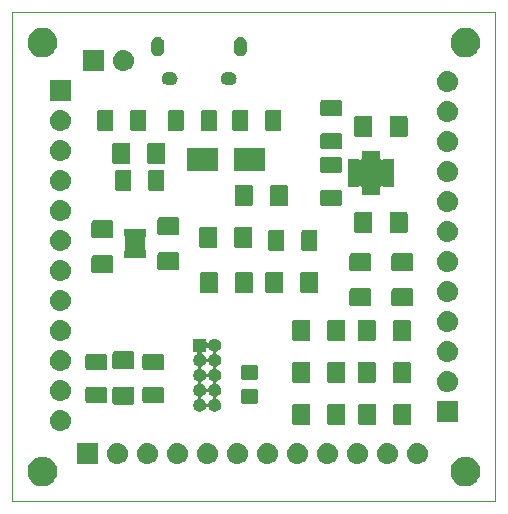
<source format=gbr>
G04 #@! TF.GenerationSoftware,KiCad,Pcbnew,(5.1.4)-1*
G04 #@! TF.CreationDate,2019-10-22T03:03:11-07:00*
G04 #@! TF.ProjectId,SAM_breakout_board,53414d5f-6272-4656-916b-6f75745f626f,rev?*
G04 #@! TF.SameCoordinates,PXd33a380PY5dfc8c0*
G04 #@! TF.FileFunction,Soldermask,Bot*
G04 #@! TF.FilePolarity,Negative*
%FSLAX46Y46*%
G04 Gerber Fmt 4.6, Leading zero omitted, Abs format (unit mm)*
G04 Created by KiCad (PCBNEW (5.1.4)-1) date 2019-10-22 03:03:11*
%MOMM*%
%LPD*%
G04 APERTURE LIST*
%ADD10C,0.050000*%
%ADD11C,0.100000*%
G04 APERTURE END LIST*
D10*
X-56642000Y-6350000D02*
X-56642000Y35052000D01*
X-15748000Y-6350000D02*
X-56642000Y-6350000D01*
X-15748000Y35052000D02*
X-15748000Y-6350000D01*
X-56642000Y35052000D02*
X-15748000Y35052000D01*
D11*
G36*
X-17923097Y-2607075D02*
G01*
X-17861797Y-2632466D01*
X-17695429Y-2701378D01*
X-17490534Y-2838285D01*
X-17316285Y-3012534D01*
X-17179378Y-3217429D01*
X-17085075Y-3445097D01*
X-17037000Y-3686787D01*
X-17037000Y-3933213D01*
X-17085075Y-4174903D01*
X-17179378Y-4402571D01*
X-17316285Y-4607466D01*
X-17490534Y-4781715D01*
X-17695429Y-4918622D01*
X-17695430Y-4918623D01*
X-17695431Y-4918623D01*
X-17923097Y-5012925D01*
X-18164786Y-5061000D01*
X-18411214Y-5061000D01*
X-18652903Y-5012925D01*
X-18880569Y-4918623D01*
X-18880570Y-4918623D01*
X-18880571Y-4918622D01*
X-19085466Y-4781715D01*
X-19259715Y-4607466D01*
X-19396622Y-4402571D01*
X-19490925Y-4174903D01*
X-19539000Y-3933213D01*
X-19539000Y-3686787D01*
X-19490925Y-3445097D01*
X-19396622Y-3217429D01*
X-19259715Y-3012534D01*
X-19085466Y-2838285D01*
X-18880571Y-2701378D01*
X-18714202Y-2632466D01*
X-18652903Y-2607075D01*
X-18411214Y-2559000D01*
X-18164786Y-2559000D01*
X-17923097Y-2607075D01*
X-17923097Y-2607075D01*
G37*
G36*
X-53737097Y-2607075D02*
G01*
X-53675797Y-2632466D01*
X-53509429Y-2701378D01*
X-53304534Y-2838285D01*
X-53130285Y-3012534D01*
X-52993378Y-3217429D01*
X-52899075Y-3445097D01*
X-52851000Y-3686787D01*
X-52851000Y-3933213D01*
X-52899075Y-4174903D01*
X-52993378Y-4402571D01*
X-53130285Y-4607466D01*
X-53304534Y-4781715D01*
X-53509429Y-4918622D01*
X-53509430Y-4918623D01*
X-53509431Y-4918623D01*
X-53737097Y-5012925D01*
X-53978786Y-5061000D01*
X-54225214Y-5061000D01*
X-54466903Y-5012925D01*
X-54694569Y-4918623D01*
X-54694570Y-4918623D01*
X-54694571Y-4918622D01*
X-54899466Y-4781715D01*
X-55073715Y-4607466D01*
X-55210622Y-4402571D01*
X-55304925Y-4174903D01*
X-55353000Y-3933213D01*
X-55353000Y-3686787D01*
X-55304925Y-3445097D01*
X-55210622Y-3217429D01*
X-55073715Y-3012534D01*
X-54899466Y-2838285D01*
X-54694571Y-2701378D01*
X-54528202Y-2632466D01*
X-54466903Y-2607075D01*
X-54225214Y-2559000D01*
X-53978786Y-2559000D01*
X-53737097Y-2607075D01*
X-53737097Y-2607075D01*
G37*
G36*
X-24781557Y-1391519D02*
G01*
X-24715373Y-1398037D01*
X-24545534Y-1449557D01*
X-24389009Y-1533222D01*
X-24353271Y-1562552D01*
X-24251814Y-1645814D01*
X-24168552Y-1747271D01*
X-24139222Y-1783009D01*
X-24055557Y-1939534D01*
X-24004037Y-2109373D01*
X-23986641Y-2286000D01*
X-24004037Y-2462627D01*
X-24055557Y-2632466D01*
X-24139222Y-2788991D01*
X-24168552Y-2824729D01*
X-24251814Y-2926186D01*
X-24353271Y-3009448D01*
X-24389009Y-3038778D01*
X-24545534Y-3122443D01*
X-24715373Y-3173963D01*
X-24781557Y-3180481D01*
X-24847740Y-3187000D01*
X-24936260Y-3187000D01*
X-25002443Y-3180481D01*
X-25068627Y-3173963D01*
X-25238466Y-3122443D01*
X-25394991Y-3038778D01*
X-25430729Y-3009448D01*
X-25532186Y-2926186D01*
X-25615448Y-2824729D01*
X-25644778Y-2788991D01*
X-25728443Y-2632466D01*
X-25779963Y-2462627D01*
X-25797359Y-2286000D01*
X-25779963Y-2109373D01*
X-25728443Y-1939534D01*
X-25644778Y-1783009D01*
X-25615448Y-1747271D01*
X-25532186Y-1645814D01*
X-25430729Y-1562552D01*
X-25394991Y-1533222D01*
X-25238466Y-1449557D01*
X-25068627Y-1398037D01*
X-25002443Y-1391519D01*
X-24936260Y-1385000D01*
X-24847740Y-1385000D01*
X-24781557Y-1391519D01*
X-24781557Y-1391519D01*
G37*
G36*
X-27321557Y-1391519D02*
G01*
X-27255373Y-1398037D01*
X-27085534Y-1449557D01*
X-26929009Y-1533222D01*
X-26893271Y-1562552D01*
X-26791814Y-1645814D01*
X-26708552Y-1747271D01*
X-26679222Y-1783009D01*
X-26595557Y-1939534D01*
X-26544037Y-2109373D01*
X-26526641Y-2286000D01*
X-26544037Y-2462627D01*
X-26595557Y-2632466D01*
X-26679222Y-2788991D01*
X-26708552Y-2824729D01*
X-26791814Y-2926186D01*
X-26893271Y-3009448D01*
X-26929009Y-3038778D01*
X-27085534Y-3122443D01*
X-27255373Y-3173963D01*
X-27321557Y-3180481D01*
X-27387740Y-3187000D01*
X-27476260Y-3187000D01*
X-27542443Y-3180481D01*
X-27608627Y-3173963D01*
X-27778466Y-3122443D01*
X-27934991Y-3038778D01*
X-27970729Y-3009448D01*
X-28072186Y-2926186D01*
X-28155448Y-2824729D01*
X-28184778Y-2788991D01*
X-28268443Y-2632466D01*
X-28319963Y-2462627D01*
X-28337359Y-2286000D01*
X-28319963Y-2109373D01*
X-28268443Y-1939534D01*
X-28184778Y-1783009D01*
X-28155448Y-1747271D01*
X-28072186Y-1645814D01*
X-27970729Y-1562552D01*
X-27934991Y-1533222D01*
X-27778466Y-1449557D01*
X-27608627Y-1398037D01*
X-27542443Y-1391519D01*
X-27476260Y-1385000D01*
X-27387740Y-1385000D01*
X-27321557Y-1391519D01*
X-27321557Y-1391519D01*
G37*
G36*
X-29861557Y-1391519D02*
G01*
X-29795373Y-1398037D01*
X-29625534Y-1449557D01*
X-29469009Y-1533222D01*
X-29433271Y-1562552D01*
X-29331814Y-1645814D01*
X-29248552Y-1747271D01*
X-29219222Y-1783009D01*
X-29135557Y-1939534D01*
X-29084037Y-2109373D01*
X-29066641Y-2286000D01*
X-29084037Y-2462627D01*
X-29135557Y-2632466D01*
X-29219222Y-2788991D01*
X-29248552Y-2824729D01*
X-29331814Y-2926186D01*
X-29433271Y-3009448D01*
X-29469009Y-3038778D01*
X-29625534Y-3122443D01*
X-29795373Y-3173963D01*
X-29861557Y-3180481D01*
X-29927740Y-3187000D01*
X-30016260Y-3187000D01*
X-30082443Y-3180481D01*
X-30148627Y-3173963D01*
X-30318466Y-3122443D01*
X-30474991Y-3038778D01*
X-30510729Y-3009448D01*
X-30612186Y-2926186D01*
X-30695448Y-2824729D01*
X-30724778Y-2788991D01*
X-30808443Y-2632466D01*
X-30859963Y-2462627D01*
X-30877359Y-2286000D01*
X-30859963Y-2109373D01*
X-30808443Y-1939534D01*
X-30724778Y-1783009D01*
X-30695448Y-1747271D01*
X-30612186Y-1645814D01*
X-30510729Y-1562552D01*
X-30474991Y-1533222D01*
X-30318466Y-1449557D01*
X-30148627Y-1398037D01*
X-30082443Y-1391519D01*
X-30016260Y-1385000D01*
X-29927740Y-1385000D01*
X-29861557Y-1391519D01*
X-29861557Y-1391519D01*
G37*
G36*
X-32401557Y-1391519D02*
G01*
X-32335373Y-1398037D01*
X-32165534Y-1449557D01*
X-32009009Y-1533222D01*
X-31973271Y-1562552D01*
X-31871814Y-1645814D01*
X-31788552Y-1747271D01*
X-31759222Y-1783009D01*
X-31675557Y-1939534D01*
X-31624037Y-2109373D01*
X-31606641Y-2286000D01*
X-31624037Y-2462627D01*
X-31675557Y-2632466D01*
X-31759222Y-2788991D01*
X-31788552Y-2824729D01*
X-31871814Y-2926186D01*
X-31973271Y-3009448D01*
X-32009009Y-3038778D01*
X-32165534Y-3122443D01*
X-32335373Y-3173963D01*
X-32401557Y-3180481D01*
X-32467740Y-3187000D01*
X-32556260Y-3187000D01*
X-32622443Y-3180481D01*
X-32688627Y-3173963D01*
X-32858466Y-3122443D01*
X-33014991Y-3038778D01*
X-33050729Y-3009448D01*
X-33152186Y-2926186D01*
X-33235448Y-2824729D01*
X-33264778Y-2788991D01*
X-33348443Y-2632466D01*
X-33399963Y-2462627D01*
X-33417359Y-2286000D01*
X-33399963Y-2109373D01*
X-33348443Y-1939534D01*
X-33264778Y-1783009D01*
X-33235448Y-1747271D01*
X-33152186Y-1645814D01*
X-33050729Y-1562552D01*
X-33014991Y-1533222D01*
X-32858466Y-1449557D01*
X-32688627Y-1398037D01*
X-32622443Y-1391519D01*
X-32556260Y-1385000D01*
X-32467740Y-1385000D01*
X-32401557Y-1391519D01*
X-32401557Y-1391519D01*
G37*
G36*
X-34941557Y-1391519D02*
G01*
X-34875373Y-1398037D01*
X-34705534Y-1449557D01*
X-34549009Y-1533222D01*
X-34513271Y-1562552D01*
X-34411814Y-1645814D01*
X-34328552Y-1747271D01*
X-34299222Y-1783009D01*
X-34215557Y-1939534D01*
X-34164037Y-2109373D01*
X-34146641Y-2286000D01*
X-34164037Y-2462627D01*
X-34215557Y-2632466D01*
X-34299222Y-2788991D01*
X-34328552Y-2824729D01*
X-34411814Y-2926186D01*
X-34513271Y-3009448D01*
X-34549009Y-3038778D01*
X-34705534Y-3122443D01*
X-34875373Y-3173963D01*
X-34941557Y-3180481D01*
X-35007740Y-3187000D01*
X-35096260Y-3187000D01*
X-35162443Y-3180481D01*
X-35228627Y-3173963D01*
X-35398466Y-3122443D01*
X-35554991Y-3038778D01*
X-35590729Y-3009448D01*
X-35692186Y-2926186D01*
X-35775448Y-2824729D01*
X-35804778Y-2788991D01*
X-35888443Y-2632466D01*
X-35939963Y-2462627D01*
X-35957359Y-2286000D01*
X-35939963Y-2109373D01*
X-35888443Y-1939534D01*
X-35804778Y-1783009D01*
X-35775448Y-1747271D01*
X-35692186Y-1645814D01*
X-35590729Y-1562552D01*
X-35554991Y-1533222D01*
X-35398466Y-1449557D01*
X-35228627Y-1398037D01*
X-35162443Y-1391519D01*
X-35096260Y-1385000D01*
X-35007740Y-1385000D01*
X-34941557Y-1391519D01*
X-34941557Y-1391519D01*
G37*
G36*
X-37481557Y-1391519D02*
G01*
X-37415373Y-1398037D01*
X-37245534Y-1449557D01*
X-37089009Y-1533222D01*
X-37053271Y-1562552D01*
X-36951814Y-1645814D01*
X-36868552Y-1747271D01*
X-36839222Y-1783009D01*
X-36755557Y-1939534D01*
X-36704037Y-2109373D01*
X-36686641Y-2286000D01*
X-36704037Y-2462627D01*
X-36755557Y-2632466D01*
X-36839222Y-2788991D01*
X-36868552Y-2824729D01*
X-36951814Y-2926186D01*
X-37053271Y-3009448D01*
X-37089009Y-3038778D01*
X-37245534Y-3122443D01*
X-37415373Y-3173963D01*
X-37481557Y-3180481D01*
X-37547740Y-3187000D01*
X-37636260Y-3187000D01*
X-37702443Y-3180481D01*
X-37768627Y-3173963D01*
X-37938466Y-3122443D01*
X-38094991Y-3038778D01*
X-38130729Y-3009448D01*
X-38232186Y-2926186D01*
X-38315448Y-2824729D01*
X-38344778Y-2788991D01*
X-38428443Y-2632466D01*
X-38479963Y-2462627D01*
X-38497359Y-2286000D01*
X-38479963Y-2109373D01*
X-38428443Y-1939534D01*
X-38344778Y-1783009D01*
X-38315448Y-1747271D01*
X-38232186Y-1645814D01*
X-38130729Y-1562552D01*
X-38094991Y-1533222D01*
X-37938466Y-1449557D01*
X-37768627Y-1398037D01*
X-37702443Y-1391519D01*
X-37636260Y-1385000D01*
X-37547740Y-1385000D01*
X-37481557Y-1391519D01*
X-37481557Y-1391519D01*
G37*
G36*
X-40021557Y-1391519D02*
G01*
X-39955373Y-1398037D01*
X-39785534Y-1449557D01*
X-39629009Y-1533222D01*
X-39593271Y-1562552D01*
X-39491814Y-1645814D01*
X-39408552Y-1747271D01*
X-39379222Y-1783009D01*
X-39295557Y-1939534D01*
X-39244037Y-2109373D01*
X-39226641Y-2286000D01*
X-39244037Y-2462627D01*
X-39295557Y-2632466D01*
X-39379222Y-2788991D01*
X-39408552Y-2824729D01*
X-39491814Y-2926186D01*
X-39593271Y-3009448D01*
X-39629009Y-3038778D01*
X-39785534Y-3122443D01*
X-39955373Y-3173963D01*
X-40021557Y-3180481D01*
X-40087740Y-3187000D01*
X-40176260Y-3187000D01*
X-40242443Y-3180481D01*
X-40308627Y-3173963D01*
X-40478466Y-3122443D01*
X-40634991Y-3038778D01*
X-40670729Y-3009448D01*
X-40772186Y-2926186D01*
X-40855448Y-2824729D01*
X-40884778Y-2788991D01*
X-40968443Y-2632466D01*
X-41019963Y-2462627D01*
X-41037359Y-2286000D01*
X-41019963Y-2109373D01*
X-40968443Y-1939534D01*
X-40884778Y-1783009D01*
X-40855448Y-1747271D01*
X-40772186Y-1645814D01*
X-40670729Y-1562552D01*
X-40634991Y-1533222D01*
X-40478466Y-1449557D01*
X-40308627Y-1398037D01*
X-40242443Y-1391519D01*
X-40176260Y-1385000D01*
X-40087740Y-1385000D01*
X-40021557Y-1391519D01*
X-40021557Y-1391519D01*
G37*
G36*
X-42561557Y-1391519D02*
G01*
X-42495373Y-1398037D01*
X-42325534Y-1449557D01*
X-42169009Y-1533222D01*
X-42133271Y-1562552D01*
X-42031814Y-1645814D01*
X-41948552Y-1747271D01*
X-41919222Y-1783009D01*
X-41835557Y-1939534D01*
X-41784037Y-2109373D01*
X-41766641Y-2286000D01*
X-41784037Y-2462627D01*
X-41835557Y-2632466D01*
X-41919222Y-2788991D01*
X-41948552Y-2824729D01*
X-42031814Y-2926186D01*
X-42133271Y-3009448D01*
X-42169009Y-3038778D01*
X-42325534Y-3122443D01*
X-42495373Y-3173963D01*
X-42561557Y-3180481D01*
X-42627740Y-3187000D01*
X-42716260Y-3187000D01*
X-42782443Y-3180481D01*
X-42848627Y-3173963D01*
X-43018466Y-3122443D01*
X-43174991Y-3038778D01*
X-43210729Y-3009448D01*
X-43312186Y-2926186D01*
X-43395448Y-2824729D01*
X-43424778Y-2788991D01*
X-43508443Y-2632466D01*
X-43559963Y-2462627D01*
X-43577359Y-2286000D01*
X-43559963Y-2109373D01*
X-43508443Y-1939534D01*
X-43424778Y-1783009D01*
X-43395448Y-1747271D01*
X-43312186Y-1645814D01*
X-43210729Y-1562552D01*
X-43174991Y-1533222D01*
X-43018466Y-1449557D01*
X-42848627Y-1398037D01*
X-42782443Y-1391519D01*
X-42716260Y-1385000D01*
X-42627740Y-1385000D01*
X-42561557Y-1391519D01*
X-42561557Y-1391519D01*
G37*
G36*
X-45101557Y-1391519D02*
G01*
X-45035373Y-1398037D01*
X-44865534Y-1449557D01*
X-44709009Y-1533222D01*
X-44673271Y-1562552D01*
X-44571814Y-1645814D01*
X-44488552Y-1747271D01*
X-44459222Y-1783009D01*
X-44375557Y-1939534D01*
X-44324037Y-2109373D01*
X-44306641Y-2286000D01*
X-44324037Y-2462627D01*
X-44375557Y-2632466D01*
X-44459222Y-2788991D01*
X-44488552Y-2824729D01*
X-44571814Y-2926186D01*
X-44673271Y-3009448D01*
X-44709009Y-3038778D01*
X-44865534Y-3122443D01*
X-45035373Y-3173963D01*
X-45101557Y-3180481D01*
X-45167740Y-3187000D01*
X-45256260Y-3187000D01*
X-45322443Y-3180481D01*
X-45388627Y-3173963D01*
X-45558466Y-3122443D01*
X-45714991Y-3038778D01*
X-45750729Y-3009448D01*
X-45852186Y-2926186D01*
X-45935448Y-2824729D01*
X-45964778Y-2788991D01*
X-46048443Y-2632466D01*
X-46099963Y-2462627D01*
X-46117359Y-2286000D01*
X-46099963Y-2109373D01*
X-46048443Y-1939534D01*
X-45964778Y-1783009D01*
X-45935448Y-1747271D01*
X-45852186Y-1645814D01*
X-45750729Y-1562552D01*
X-45714991Y-1533222D01*
X-45558466Y-1449557D01*
X-45388627Y-1398037D01*
X-45322443Y-1391519D01*
X-45256260Y-1385000D01*
X-45167740Y-1385000D01*
X-45101557Y-1391519D01*
X-45101557Y-1391519D01*
G37*
G36*
X-47641557Y-1391519D02*
G01*
X-47575373Y-1398037D01*
X-47405534Y-1449557D01*
X-47249009Y-1533222D01*
X-47213271Y-1562552D01*
X-47111814Y-1645814D01*
X-47028552Y-1747271D01*
X-46999222Y-1783009D01*
X-46915557Y-1939534D01*
X-46864037Y-2109373D01*
X-46846641Y-2286000D01*
X-46864037Y-2462627D01*
X-46915557Y-2632466D01*
X-46999222Y-2788991D01*
X-47028552Y-2824729D01*
X-47111814Y-2926186D01*
X-47213271Y-3009448D01*
X-47249009Y-3038778D01*
X-47405534Y-3122443D01*
X-47575373Y-3173963D01*
X-47641557Y-3180481D01*
X-47707740Y-3187000D01*
X-47796260Y-3187000D01*
X-47862443Y-3180481D01*
X-47928627Y-3173963D01*
X-48098466Y-3122443D01*
X-48254991Y-3038778D01*
X-48290729Y-3009448D01*
X-48392186Y-2926186D01*
X-48475448Y-2824729D01*
X-48504778Y-2788991D01*
X-48588443Y-2632466D01*
X-48639963Y-2462627D01*
X-48657359Y-2286000D01*
X-48639963Y-2109373D01*
X-48588443Y-1939534D01*
X-48504778Y-1783009D01*
X-48475448Y-1747271D01*
X-48392186Y-1645814D01*
X-48290729Y-1562552D01*
X-48254991Y-1533222D01*
X-48098466Y-1449557D01*
X-47928627Y-1398037D01*
X-47862443Y-1391519D01*
X-47796260Y-1385000D01*
X-47707740Y-1385000D01*
X-47641557Y-1391519D01*
X-47641557Y-1391519D01*
G37*
G36*
X-49391000Y-3187000D02*
G01*
X-51193000Y-3187000D01*
X-51193000Y-1385000D01*
X-49391000Y-1385000D01*
X-49391000Y-3187000D01*
X-49391000Y-3187000D01*
G37*
G36*
X-22241557Y-1391519D02*
G01*
X-22175373Y-1398037D01*
X-22005534Y-1449557D01*
X-21849009Y-1533222D01*
X-21813271Y-1562552D01*
X-21711814Y-1645814D01*
X-21628552Y-1747271D01*
X-21599222Y-1783009D01*
X-21515557Y-1939534D01*
X-21464037Y-2109373D01*
X-21446641Y-2286000D01*
X-21464037Y-2462627D01*
X-21515557Y-2632466D01*
X-21599222Y-2788991D01*
X-21628552Y-2824729D01*
X-21711814Y-2926186D01*
X-21813271Y-3009448D01*
X-21849009Y-3038778D01*
X-22005534Y-3122443D01*
X-22175373Y-3173963D01*
X-22241557Y-3180481D01*
X-22307740Y-3187000D01*
X-22396260Y-3187000D01*
X-22462443Y-3180481D01*
X-22528627Y-3173963D01*
X-22698466Y-3122443D01*
X-22854991Y-3038778D01*
X-22890729Y-3009448D01*
X-22992186Y-2926186D01*
X-23075448Y-2824729D01*
X-23104778Y-2788991D01*
X-23188443Y-2632466D01*
X-23239963Y-2462627D01*
X-23257359Y-2286000D01*
X-23239963Y-2109373D01*
X-23188443Y-1939534D01*
X-23104778Y-1783009D01*
X-23075448Y-1747271D01*
X-22992186Y-1645814D01*
X-22890729Y-1562552D01*
X-22854991Y-1533222D01*
X-22698466Y-1449557D01*
X-22528627Y-1398037D01*
X-22462443Y-1391519D01*
X-22396260Y-1385000D01*
X-22307740Y-1385000D01*
X-22241557Y-1391519D01*
X-22241557Y-1391519D01*
G37*
G36*
X-52467557Y1402481D02*
G01*
X-52401373Y1395963D01*
X-52231534Y1344443D01*
X-52075009Y1260778D01*
X-52039271Y1231448D01*
X-51937814Y1148186D01*
X-51854552Y1046729D01*
X-51825222Y1010991D01*
X-51741557Y854466D01*
X-51690037Y684627D01*
X-51672641Y508000D01*
X-51690037Y331373D01*
X-51741557Y161534D01*
X-51825222Y5009D01*
X-51854552Y-30729D01*
X-51937814Y-132186D01*
X-52039271Y-215448D01*
X-52075009Y-244778D01*
X-52231534Y-328443D01*
X-52401373Y-379963D01*
X-52467557Y-386481D01*
X-52533740Y-393000D01*
X-52622260Y-393000D01*
X-52688442Y-386482D01*
X-52754627Y-379963D01*
X-52924466Y-328443D01*
X-53080991Y-244778D01*
X-53116729Y-215448D01*
X-53218186Y-132186D01*
X-53301448Y-30729D01*
X-53330778Y5009D01*
X-53414443Y161534D01*
X-53465963Y331373D01*
X-53483359Y508000D01*
X-53465963Y684627D01*
X-53414443Y854466D01*
X-53330778Y1010991D01*
X-53301448Y1046729D01*
X-53218186Y1148186D01*
X-53116729Y1231448D01*
X-53080991Y1260778D01*
X-52924466Y1344443D01*
X-52754627Y1395963D01*
X-52688442Y1402482D01*
X-52622260Y1409000D01*
X-52533740Y1409000D01*
X-52467557Y1402481D01*
X-52467557Y1402481D01*
G37*
G36*
X-28596938Y1937819D02*
G01*
X-28562019Y1927226D01*
X-28529837Y1910024D01*
X-28501627Y1886873D01*
X-28478476Y1858663D01*
X-28461274Y1826481D01*
X-28450681Y1791562D01*
X-28446500Y1749105D01*
X-28446500Y282895D01*
X-28450681Y240438D01*
X-28461274Y205519D01*
X-28478476Y173337D01*
X-28501627Y145127D01*
X-28529837Y121976D01*
X-28562019Y104774D01*
X-28596938Y94181D01*
X-28639395Y90000D01*
X-29780605Y90000D01*
X-29823062Y94181D01*
X-29857981Y104774D01*
X-29890163Y121976D01*
X-29918373Y145127D01*
X-29941524Y173337D01*
X-29958726Y205519D01*
X-29969319Y240438D01*
X-29973500Y282895D01*
X-29973500Y1749105D01*
X-29969319Y1791562D01*
X-29958726Y1826481D01*
X-29941524Y1858663D01*
X-29918373Y1886873D01*
X-29890163Y1910024D01*
X-29857981Y1927226D01*
X-29823062Y1937819D01*
X-29780605Y1942000D01*
X-28639395Y1942000D01*
X-28596938Y1937819D01*
X-28596938Y1937819D01*
G37*
G36*
X-23008938Y1937819D02*
G01*
X-22974019Y1927226D01*
X-22941837Y1910024D01*
X-22913627Y1886873D01*
X-22890476Y1858663D01*
X-22873274Y1826481D01*
X-22862681Y1791562D01*
X-22858500Y1749105D01*
X-22858500Y282895D01*
X-22862681Y240438D01*
X-22873274Y205519D01*
X-22890476Y173337D01*
X-22913627Y145127D01*
X-22941837Y121976D01*
X-22974019Y104774D01*
X-23008938Y94181D01*
X-23051395Y90000D01*
X-24192605Y90000D01*
X-24235062Y94181D01*
X-24269981Y104774D01*
X-24302163Y121976D01*
X-24330373Y145127D01*
X-24353524Y173337D01*
X-24370726Y205519D01*
X-24381319Y240438D01*
X-24385500Y282895D01*
X-24385500Y1749105D01*
X-24381319Y1791562D01*
X-24370726Y1826481D01*
X-24353524Y1858663D01*
X-24330373Y1886873D01*
X-24302163Y1910024D01*
X-24269981Y1927226D01*
X-24235062Y1937819D01*
X-24192605Y1942000D01*
X-23051395Y1942000D01*
X-23008938Y1937819D01*
X-23008938Y1937819D01*
G37*
G36*
X-31571938Y1937819D02*
G01*
X-31537019Y1927226D01*
X-31504837Y1910024D01*
X-31476627Y1886873D01*
X-31453476Y1858663D01*
X-31436274Y1826481D01*
X-31425681Y1791562D01*
X-31421500Y1749105D01*
X-31421500Y282895D01*
X-31425681Y240438D01*
X-31436274Y205519D01*
X-31453476Y173337D01*
X-31476627Y145127D01*
X-31504837Y121976D01*
X-31537019Y104774D01*
X-31571938Y94181D01*
X-31614395Y90000D01*
X-32755605Y90000D01*
X-32798062Y94181D01*
X-32832981Y104774D01*
X-32865163Y121976D01*
X-32893373Y145127D01*
X-32916524Y173337D01*
X-32933726Y205519D01*
X-32944319Y240438D01*
X-32948500Y282895D01*
X-32948500Y1749105D01*
X-32944319Y1791562D01*
X-32933726Y1826481D01*
X-32916524Y1858663D01*
X-32893373Y1886873D01*
X-32865163Y1910024D01*
X-32832981Y1927226D01*
X-32798062Y1937819D01*
X-32755605Y1942000D01*
X-31614395Y1942000D01*
X-31571938Y1937819D01*
X-31571938Y1937819D01*
G37*
G36*
X-25983938Y1937819D02*
G01*
X-25949019Y1927226D01*
X-25916837Y1910024D01*
X-25888627Y1886873D01*
X-25865476Y1858663D01*
X-25848274Y1826481D01*
X-25837681Y1791562D01*
X-25833500Y1749105D01*
X-25833500Y282895D01*
X-25837681Y240438D01*
X-25848274Y205519D01*
X-25865476Y173337D01*
X-25888627Y145127D01*
X-25916837Y121976D01*
X-25949019Y104774D01*
X-25983938Y94181D01*
X-26026395Y90000D01*
X-27167605Y90000D01*
X-27210062Y94181D01*
X-27244981Y104774D01*
X-27277163Y121976D01*
X-27305373Y145127D01*
X-27328524Y173337D01*
X-27345726Y205519D01*
X-27356319Y240438D01*
X-27360500Y282895D01*
X-27360500Y1749105D01*
X-27356319Y1791562D01*
X-27345726Y1826481D01*
X-27328524Y1858663D01*
X-27305373Y1886873D01*
X-27277163Y1910024D01*
X-27244981Y1927226D01*
X-27210062Y1937819D01*
X-27167605Y1942000D01*
X-26026395Y1942000D01*
X-25983938Y1937819D01*
X-25983938Y1937819D01*
G37*
G36*
X-18911000Y369000D02*
G01*
X-20713000Y369000D01*
X-20713000Y2171000D01*
X-18911000Y2171000D01*
X-18911000Y369000D01*
X-18911000Y369000D01*
G37*
G36*
X-40231240Y7216295D02*
G01*
X-40228838Y7191909D01*
X-40221725Y7168460D01*
X-40210174Y7146849D01*
X-40194629Y7127907D01*
X-40175687Y7112362D01*
X-40154076Y7100811D01*
X-40130627Y7093698D01*
X-40106241Y7091296D01*
X-40081855Y7093698D01*
X-40058406Y7100811D01*
X-40036795Y7112362D01*
X-40017853Y7127907D01*
X-40002308Y7146849D01*
X-39996007Y7157362D01*
X-39972596Y7201160D01*
X-39903741Y7285061D01*
X-39895824Y7291558D01*
X-39819840Y7353917D01*
X-39743175Y7394895D01*
X-39724119Y7405081D01*
X-39620255Y7436587D01*
X-39539307Y7444560D01*
X-39485173Y7444560D01*
X-39404225Y7436587D01*
X-39300361Y7405081D01*
X-39281305Y7394895D01*
X-39204640Y7353917D01*
X-39120739Y7285061D01*
X-39051883Y7201160D01*
X-39015245Y7132615D01*
X-39000719Y7105439D01*
X-38969213Y7001575D01*
X-38958574Y6893560D01*
X-38969213Y6785545D01*
X-39000719Y6681681D01*
X-39001049Y6681064D01*
X-39051883Y6585960D01*
X-39120739Y6502059D01*
X-39204640Y6433203D01*
X-39273185Y6396565D01*
X-39300361Y6382039D01*
X-39313109Y6378172D01*
X-39335736Y6368800D01*
X-39356110Y6355186D01*
X-39373437Y6337859D01*
X-39387051Y6317485D01*
X-39396428Y6294846D01*
X-39401209Y6270813D01*
X-39401209Y6246309D01*
X-39396429Y6222275D01*
X-39387052Y6199636D01*
X-39373438Y6179262D01*
X-39356111Y6161935D01*
X-39335737Y6148321D01*
X-39313109Y6138948D01*
X-39300361Y6135081D01*
X-39280693Y6124568D01*
X-39204640Y6083917D01*
X-39120739Y6015061D01*
X-39051883Y5931160D01*
X-39018979Y5869600D01*
X-39000719Y5835439D01*
X-38969213Y5731575D01*
X-38958574Y5623560D01*
X-38969213Y5515545D01*
X-39000719Y5411681D01*
X-39000721Y5411678D01*
X-39051883Y5315960D01*
X-39120739Y5232059D01*
X-39204640Y5163203D01*
X-39255006Y5136282D01*
X-39300361Y5112039D01*
X-39313109Y5108172D01*
X-39335736Y5098800D01*
X-39356110Y5085186D01*
X-39373437Y5067859D01*
X-39387051Y5047485D01*
X-39396428Y5024846D01*
X-39401209Y5000813D01*
X-39401209Y4976309D01*
X-39396429Y4952275D01*
X-39387052Y4929636D01*
X-39373438Y4909262D01*
X-39356111Y4891935D01*
X-39335737Y4878321D01*
X-39313109Y4868948D01*
X-39300361Y4865081D01*
X-39284263Y4856476D01*
X-39204640Y4813917D01*
X-39120739Y4745061D01*
X-39051883Y4661160D01*
X-39015245Y4592615D01*
X-39000719Y4565439D01*
X-38969213Y4461575D01*
X-38958574Y4353560D01*
X-38969213Y4245545D01*
X-39000719Y4141681D01*
X-39000721Y4141678D01*
X-39051883Y4045960D01*
X-39120739Y3962059D01*
X-39204640Y3893203D01*
X-39273185Y3856565D01*
X-39300361Y3842039D01*
X-39313109Y3838172D01*
X-39335736Y3828800D01*
X-39356110Y3815186D01*
X-39373437Y3797859D01*
X-39387051Y3777485D01*
X-39396428Y3754846D01*
X-39401209Y3730813D01*
X-39401209Y3706309D01*
X-39396429Y3682275D01*
X-39387052Y3659636D01*
X-39373438Y3639262D01*
X-39356111Y3621935D01*
X-39335737Y3608321D01*
X-39313109Y3598948D01*
X-39300361Y3595081D01*
X-39273185Y3580555D01*
X-39204640Y3543917D01*
X-39120739Y3475061D01*
X-39051883Y3391160D01*
X-39026956Y3344524D01*
X-39000719Y3295439D01*
X-38969213Y3191575D01*
X-38958574Y3083560D01*
X-38969213Y2975545D01*
X-39000719Y2871681D01*
X-39000721Y2871678D01*
X-39051883Y2775960D01*
X-39120739Y2692059D01*
X-39204640Y2623203D01*
X-39273185Y2586565D01*
X-39300361Y2572039D01*
X-39313109Y2568172D01*
X-39335736Y2558800D01*
X-39356110Y2545186D01*
X-39373437Y2527859D01*
X-39387051Y2507485D01*
X-39396428Y2484846D01*
X-39401209Y2460813D01*
X-39401209Y2436309D01*
X-39396429Y2412275D01*
X-39387052Y2389636D01*
X-39373438Y2369262D01*
X-39356111Y2351935D01*
X-39335737Y2338321D01*
X-39313109Y2328948D01*
X-39300361Y2325081D01*
X-39273185Y2310555D01*
X-39204640Y2273917D01*
X-39120739Y2205061D01*
X-39051883Y2121160D01*
X-39030961Y2082017D01*
X-39000719Y2025439D01*
X-38969213Y1921575D01*
X-38958574Y1813560D01*
X-38969213Y1705545D01*
X-39000719Y1601681D01*
X-39000721Y1601678D01*
X-39051883Y1505960D01*
X-39120739Y1422059D01*
X-39204640Y1353203D01*
X-39273185Y1316565D01*
X-39300361Y1302039D01*
X-39404225Y1270533D01*
X-39485173Y1262560D01*
X-39539307Y1262560D01*
X-39620255Y1270533D01*
X-39724119Y1302039D01*
X-39751295Y1316565D01*
X-39819840Y1353203D01*
X-39903741Y1422059D01*
X-39972597Y1505960D01*
X-40023759Y1601678D01*
X-40023761Y1601681D01*
X-40027628Y1614429D01*
X-40037000Y1637056D01*
X-40050614Y1657430D01*
X-40067941Y1674757D01*
X-40088315Y1688371D01*
X-40110954Y1697748D01*
X-40134987Y1702529D01*
X-40159491Y1702529D01*
X-40183525Y1697749D01*
X-40206164Y1688372D01*
X-40226538Y1674758D01*
X-40243865Y1657431D01*
X-40257479Y1637057D01*
X-40266852Y1614429D01*
X-40270719Y1601681D01*
X-40270721Y1601678D01*
X-40321883Y1505960D01*
X-40390739Y1422059D01*
X-40474640Y1353203D01*
X-40543185Y1316565D01*
X-40570361Y1302039D01*
X-40674225Y1270533D01*
X-40755173Y1262560D01*
X-40809307Y1262560D01*
X-40890255Y1270533D01*
X-40994119Y1302039D01*
X-41021295Y1316565D01*
X-41089840Y1353203D01*
X-41173741Y1422059D01*
X-41242597Y1505960D01*
X-41293759Y1601678D01*
X-41293761Y1601681D01*
X-41325267Y1705545D01*
X-41335906Y1813560D01*
X-41325267Y1921575D01*
X-41293761Y2025439D01*
X-41263519Y2082017D01*
X-41242597Y2121160D01*
X-41173741Y2205061D01*
X-41089840Y2273917D01*
X-41021295Y2310555D01*
X-40994119Y2325081D01*
X-40981371Y2328948D01*
X-40958744Y2338320D01*
X-40938370Y2351934D01*
X-40921043Y2369261D01*
X-40907429Y2389635D01*
X-40898052Y2412274D01*
X-40893271Y2436307D01*
X-40893271Y2460811D01*
X-40893271Y2460813D01*
X-40671209Y2460813D01*
X-40671209Y2436309D01*
X-40666429Y2412275D01*
X-40657052Y2389636D01*
X-40643438Y2369262D01*
X-40626111Y2351935D01*
X-40605737Y2338321D01*
X-40583109Y2328948D01*
X-40570361Y2325081D01*
X-40543185Y2310555D01*
X-40474640Y2273917D01*
X-40390739Y2205061D01*
X-40321883Y2121160D01*
X-40300961Y2082017D01*
X-40270719Y2025439D01*
X-40266852Y2012691D01*
X-40257480Y1990064D01*
X-40243866Y1969690D01*
X-40226539Y1952363D01*
X-40206165Y1938749D01*
X-40183526Y1929372D01*
X-40159493Y1924591D01*
X-40134989Y1924591D01*
X-40110955Y1929371D01*
X-40088316Y1938748D01*
X-40067942Y1952362D01*
X-40050615Y1969689D01*
X-40037001Y1990063D01*
X-40027628Y2012691D01*
X-40023761Y2025439D01*
X-39993519Y2082017D01*
X-39972597Y2121160D01*
X-39903741Y2205061D01*
X-39819840Y2273917D01*
X-39751295Y2310555D01*
X-39724119Y2325081D01*
X-39711371Y2328948D01*
X-39688744Y2338320D01*
X-39668370Y2351934D01*
X-39651043Y2369261D01*
X-39637429Y2389635D01*
X-39628052Y2412274D01*
X-39623271Y2436307D01*
X-39623271Y2460811D01*
X-39628051Y2484845D01*
X-39637428Y2507484D01*
X-39651042Y2527858D01*
X-39668369Y2545185D01*
X-39688743Y2558799D01*
X-39711371Y2568172D01*
X-39724119Y2572039D01*
X-39751295Y2586565D01*
X-39819840Y2623203D01*
X-39903741Y2692059D01*
X-39972597Y2775960D01*
X-40023759Y2871678D01*
X-40023761Y2871681D01*
X-40027628Y2884429D01*
X-40037000Y2907056D01*
X-40050614Y2927430D01*
X-40067941Y2944757D01*
X-40088315Y2958371D01*
X-40110954Y2967748D01*
X-40134987Y2972529D01*
X-40159491Y2972529D01*
X-40183525Y2967749D01*
X-40206164Y2958372D01*
X-40226538Y2944758D01*
X-40243865Y2927431D01*
X-40257479Y2907057D01*
X-40266852Y2884429D01*
X-40270719Y2871681D01*
X-40270721Y2871678D01*
X-40321883Y2775960D01*
X-40390739Y2692059D01*
X-40474640Y2623203D01*
X-40543185Y2586565D01*
X-40570361Y2572039D01*
X-40583109Y2568172D01*
X-40605736Y2558800D01*
X-40626110Y2545186D01*
X-40643437Y2527859D01*
X-40657051Y2507485D01*
X-40666428Y2484846D01*
X-40671209Y2460813D01*
X-40893271Y2460813D01*
X-40898051Y2484845D01*
X-40907428Y2507484D01*
X-40921042Y2527858D01*
X-40938369Y2545185D01*
X-40958743Y2558799D01*
X-40981371Y2568172D01*
X-40994119Y2572039D01*
X-41021295Y2586565D01*
X-41089840Y2623203D01*
X-41173741Y2692059D01*
X-41242597Y2775960D01*
X-41293759Y2871678D01*
X-41293761Y2871681D01*
X-41325267Y2975545D01*
X-41335906Y3083560D01*
X-41325267Y3191575D01*
X-41293761Y3295439D01*
X-41267524Y3344524D01*
X-41242597Y3391160D01*
X-41173741Y3475061D01*
X-41089840Y3543917D01*
X-41021295Y3580555D01*
X-40994119Y3595081D01*
X-40981371Y3598948D01*
X-40958744Y3608320D01*
X-40938370Y3621934D01*
X-40921043Y3639261D01*
X-40907429Y3659635D01*
X-40898052Y3682274D01*
X-40893271Y3706307D01*
X-40893271Y3730811D01*
X-40893271Y3730813D01*
X-40671209Y3730813D01*
X-40671209Y3706309D01*
X-40666429Y3682275D01*
X-40657052Y3659636D01*
X-40643438Y3639262D01*
X-40626111Y3621935D01*
X-40605737Y3608321D01*
X-40583109Y3598948D01*
X-40570361Y3595081D01*
X-40543185Y3580555D01*
X-40474640Y3543917D01*
X-40390739Y3475061D01*
X-40321883Y3391160D01*
X-40296956Y3344524D01*
X-40270719Y3295439D01*
X-40266852Y3282691D01*
X-40257480Y3260064D01*
X-40243866Y3239690D01*
X-40226539Y3222363D01*
X-40206165Y3208749D01*
X-40183526Y3199372D01*
X-40159493Y3194591D01*
X-40134989Y3194591D01*
X-40110955Y3199371D01*
X-40088316Y3208748D01*
X-40067942Y3222362D01*
X-40050615Y3239689D01*
X-40037001Y3260063D01*
X-40027628Y3282691D01*
X-40023761Y3295439D01*
X-39997524Y3344524D01*
X-39972597Y3391160D01*
X-39903741Y3475061D01*
X-39819840Y3543917D01*
X-39751295Y3580555D01*
X-39724119Y3595081D01*
X-39711371Y3598948D01*
X-39688744Y3608320D01*
X-39668370Y3621934D01*
X-39651043Y3639261D01*
X-39637429Y3659635D01*
X-39628052Y3682274D01*
X-39623271Y3706307D01*
X-39623271Y3730811D01*
X-39628051Y3754845D01*
X-39637428Y3777484D01*
X-39651042Y3797858D01*
X-39668369Y3815185D01*
X-39688743Y3828799D01*
X-39711371Y3838172D01*
X-39724119Y3842039D01*
X-39751295Y3856565D01*
X-39819840Y3893203D01*
X-39903741Y3962059D01*
X-39972597Y4045960D01*
X-40023759Y4141678D01*
X-40023761Y4141681D01*
X-40027628Y4154429D01*
X-40037000Y4177056D01*
X-40050614Y4197430D01*
X-40067941Y4214757D01*
X-40088315Y4228371D01*
X-40110954Y4237748D01*
X-40134987Y4242529D01*
X-40159491Y4242529D01*
X-40183525Y4237749D01*
X-40206164Y4228372D01*
X-40226538Y4214758D01*
X-40243865Y4197431D01*
X-40257479Y4177057D01*
X-40266852Y4154429D01*
X-40270719Y4141681D01*
X-40270721Y4141678D01*
X-40321883Y4045960D01*
X-40390739Y3962059D01*
X-40474640Y3893203D01*
X-40543185Y3856565D01*
X-40570361Y3842039D01*
X-40583109Y3838172D01*
X-40605736Y3828800D01*
X-40626110Y3815186D01*
X-40643437Y3797859D01*
X-40657051Y3777485D01*
X-40666428Y3754846D01*
X-40671209Y3730813D01*
X-40893271Y3730813D01*
X-40898051Y3754845D01*
X-40907428Y3777484D01*
X-40921042Y3797858D01*
X-40938369Y3815185D01*
X-40958743Y3828799D01*
X-40981371Y3838172D01*
X-40994119Y3842039D01*
X-41021295Y3856565D01*
X-41089840Y3893203D01*
X-41173741Y3962059D01*
X-41242597Y4045960D01*
X-41293759Y4141678D01*
X-41293761Y4141681D01*
X-41325267Y4245545D01*
X-41335906Y4353560D01*
X-41325267Y4461575D01*
X-41293761Y4565439D01*
X-41279235Y4592615D01*
X-41242597Y4661160D01*
X-41173741Y4745061D01*
X-41089840Y4813917D01*
X-41010217Y4856476D01*
X-40994119Y4865081D01*
X-40981371Y4868948D01*
X-40958744Y4878320D01*
X-40938370Y4891934D01*
X-40921043Y4909261D01*
X-40907429Y4929635D01*
X-40898052Y4952274D01*
X-40893271Y4976307D01*
X-40893271Y5000811D01*
X-40893271Y5000813D01*
X-40671209Y5000813D01*
X-40671209Y4976309D01*
X-40666429Y4952275D01*
X-40657052Y4929636D01*
X-40643438Y4909262D01*
X-40626111Y4891935D01*
X-40605737Y4878321D01*
X-40583109Y4868948D01*
X-40570361Y4865081D01*
X-40554263Y4856476D01*
X-40474640Y4813917D01*
X-40390739Y4745061D01*
X-40321883Y4661160D01*
X-40285245Y4592615D01*
X-40270719Y4565439D01*
X-40266852Y4552691D01*
X-40257480Y4530064D01*
X-40243866Y4509690D01*
X-40226539Y4492363D01*
X-40206165Y4478749D01*
X-40183526Y4469372D01*
X-40159493Y4464591D01*
X-40134989Y4464591D01*
X-40110955Y4469371D01*
X-40088316Y4478748D01*
X-40067942Y4492362D01*
X-40050615Y4509689D01*
X-40037001Y4530063D01*
X-40027628Y4552691D01*
X-40023761Y4565439D01*
X-40009235Y4592615D01*
X-39972597Y4661160D01*
X-39903741Y4745061D01*
X-39819840Y4813917D01*
X-39740217Y4856476D01*
X-39724119Y4865081D01*
X-39711371Y4868948D01*
X-39688744Y4878320D01*
X-39668370Y4891934D01*
X-39651043Y4909261D01*
X-39637429Y4929635D01*
X-39628052Y4952274D01*
X-39623271Y4976307D01*
X-39623271Y5000811D01*
X-39628051Y5024845D01*
X-39637428Y5047484D01*
X-39651042Y5067858D01*
X-39668369Y5085185D01*
X-39688743Y5098799D01*
X-39711371Y5108172D01*
X-39724119Y5112039D01*
X-39769474Y5136282D01*
X-39819840Y5163203D01*
X-39903741Y5232059D01*
X-39972597Y5315960D01*
X-40023759Y5411678D01*
X-40023761Y5411681D01*
X-40027628Y5424429D01*
X-40037000Y5447056D01*
X-40050614Y5467430D01*
X-40067941Y5484757D01*
X-40088315Y5498371D01*
X-40110954Y5507748D01*
X-40134987Y5512529D01*
X-40159491Y5512529D01*
X-40183525Y5507749D01*
X-40206164Y5498372D01*
X-40226538Y5484758D01*
X-40243865Y5467431D01*
X-40257479Y5447057D01*
X-40266852Y5424429D01*
X-40270719Y5411681D01*
X-40270721Y5411678D01*
X-40321883Y5315960D01*
X-40390739Y5232059D01*
X-40474640Y5163203D01*
X-40525006Y5136282D01*
X-40570361Y5112039D01*
X-40583109Y5108172D01*
X-40605736Y5098800D01*
X-40626110Y5085186D01*
X-40643437Y5067859D01*
X-40657051Y5047485D01*
X-40666428Y5024846D01*
X-40671209Y5000813D01*
X-40893271Y5000813D01*
X-40898051Y5024845D01*
X-40907428Y5047484D01*
X-40921042Y5067858D01*
X-40938369Y5085185D01*
X-40958743Y5098799D01*
X-40981371Y5108172D01*
X-40994119Y5112039D01*
X-41039474Y5136282D01*
X-41089840Y5163203D01*
X-41173741Y5232059D01*
X-41242597Y5315960D01*
X-41293759Y5411678D01*
X-41293761Y5411681D01*
X-41325267Y5515545D01*
X-41335906Y5623560D01*
X-41325267Y5731575D01*
X-41293761Y5835439D01*
X-41275501Y5869600D01*
X-41242597Y5931160D01*
X-41173741Y6015061D01*
X-41089841Y6083915D01*
X-41089842Y6083915D01*
X-41089840Y6083916D01*
X-41046047Y6107324D01*
X-41025677Y6120935D01*
X-41008350Y6138262D01*
X-40994736Y6158636D01*
X-40985359Y6181275D01*
X-40980578Y6205308D01*
X-40980578Y6217561D01*
X-40584504Y6217561D01*
X-40582102Y6193175D01*
X-40574989Y6169726D01*
X-40563438Y6148115D01*
X-40547893Y6129173D01*
X-40528951Y6113628D01*
X-40518438Y6107327D01*
X-40474640Y6083916D01*
X-40474638Y6083915D01*
X-40474639Y6083915D01*
X-40390739Y6015061D01*
X-40321883Y5931160D01*
X-40288979Y5869600D01*
X-40270719Y5835439D01*
X-40266852Y5822691D01*
X-40257480Y5800064D01*
X-40243866Y5779690D01*
X-40226539Y5762363D01*
X-40206165Y5748749D01*
X-40183526Y5739372D01*
X-40159493Y5734591D01*
X-40134989Y5734591D01*
X-40110955Y5739371D01*
X-40088316Y5748748D01*
X-40067942Y5762362D01*
X-40050615Y5779689D01*
X-40037001Y5800063D01*
X-40027628Y5822691D01*
X-40023761Y5835439D01*
X-40005501Y5869600D01*
X-39972597Y5931160D01*
X-39903741Y6015061D01*
X-39819840Y6083917D01*
X-39743787Y6124568D01*
X-39724119Y6135081D01*
X-39711371Y6138948D01*
X-39688744Y6148320D01*
X-39668370Y6161934D01*
X-39651043Y6179261D01*
X-39637429Y6199635D01*
X-39628052Y6222274D01*
X-39623271Y6246307D01*
X-39623271Y6270811D01*
X-39628051Y6294845D01*
X-39637428Y6317484D01*
X-39651042Y6337858D01*
X-39668369Y6355185D01*
X-39688743Y6368799D01*
X-39711371Y6378172D01*
X-39724119Y6382039D01*
X-39751295Y6396565D01*
X-39819840Y6433203D01*
X-39903741Y6502059D01*
X-39972595Y6585959D01*
X-39972596Y6585960D01*
X-39996004Y6629753D01*
X-40009615Y6650123D01*
X-40026942Y6667450D01*
X-40047316Y6681064D01*
X-40069955Y6690441D01*
X-40093988Y6695222D01*
X-40118492Y6695222D01*
X-40142526Y6690442D01*
X-40165164Y6681065D01*
X-40185539Y6667451D01*
X-40202866Y6650124D01*
X-40216480Y6629750D01*
X-40225857Y6607111D01*
X-40230638Y6583078D01*
X-40231240Y6570825D01*
X-40231240Y6342560D01*
X-40459505Y6342560D01*
X-40483891Y6340158D01*
X-40507340Y6333045D01*
X-40528951Y6321494D01*
X-40547893Y6305949D01*
X-40563438Y6287007D01*
X-40574989Y6265396D01*
X-40582102Y6241947D01*
X-40584504Y6217561D01*
X-40980578Y6217561D01*
X-40980578Y6229812D01*
X-40985358Y6253846D01*
X-40994735Y6276484D01*
X-41008349Y6296859D01*
X-41025676Y6314186D01*
X-41046050Y6327800D01*
X-41068689Y6337177D01*
X-41092722Y6341958D01*
X-41104975Y6342560D01*
X-41333240Y6342560D01*
X-41333240Y7444560D01*
X-40231240Y7444560D01*
X-40231240Y7216295D01*
X-40231240Y7216295D01*
G37*
G36*
X-46468438Y3372319D02*
G01*
X-46433519Y3361726D01*
X-46401337Y3344524D01*
X-46373127Y3321373D01*
X-46349976Y3293163D01*
X-46332774Y3260981D01*
X-46322181Y3226062D01*
X-46318000Y3183605D01*
X-46318000Y2042395D01*
X-46322181Y1999938D01*
X-46332774Y1965019D01*
X-46349976Y1932837D01*
X-46373127Y1904627D01*
X-46401337Y1881476D01*
X-46433519Y1864274D01*
X-46468438Y1853681D01*
X-46510895Y1849500D01*
X-47977105Y1849500D01*
X-48019562Y1853681D01*
X-48054481Y1864274D01*
X-48086663Y1881476D01*
X-48114873Y1904627D01*
X-48138024Y1932837D01*
X-48155226Y1965019D01*
X-48165819Y1999938D01*
X-48170000Y2042395D01*
X-48170000Y3183605D01*
X-48165819Y3226062D01*
X-48155226Y3260981D01*
X-48138024Y3293163D01*
X-48114873Y3321373D01*
X-48086663Y3344524D01*
X-48054481Y3361726D01*
X-48019562Y3372319D01*
X-47977105Y3376500D01*
X-46510895Y3376500D01*
X-46468438Y3372319D01*
X-46468438Y3372319D01*
G37*
G36*
X-35987326Y3161535D02*
G01*
X-35949633Y3150101D01*
X-35914897Y3131534D01*
X-35884452Y3106548D01*
X-35859466Y3076103D01*
X-35840899Y3041367D01*
X-35829465Y3003674D01*
X-35825000Y2958339D01*
X-35825000Y2121661D01*
X-35829465Y2076326D01*
X-35840899Y2038633D01*
X-35859466Y2003897D01*
X-35884452Y1973452D01*
X-35914897Y1948466D01*
X-35949633Y1929899D01*
X-35987326Y1918465D01*
X-36032661Y1914000D01*
X-37119339Y1914000D01*
X-37164674Y1918465D01*
X-37202367Y1929899D01*
X-37237103Y1948466D01*
X-37267548Y1973452D01*
X-37292534Y2003897D01*
X-37311101Y2038633D01*
X-37322535Y2076326D01*
X-37327000Y2121661D01*
X-37327000Y2958339D01*
X-37322535Y3003674D01*
X-37311101Y3041367D01*
X-37292534Y3076103D01*
X-37267548Y3106548D01*
X-37237103Y3131534D01*
X-37202367Y3150101D01*
X-37164674Y3161535D01*
X-37119339Y3166000D01*
X-36032661Y3166000D01*
X-35987326Y3161535D01*
X-35987326Y3161535D01*
G37*
G36*
X-48761396Y3335653D02*
G01*
X-48724856Y3324568D01*
X-48691179Y3306567D01*
X-48661659Y3282341D01*
X-48637433Y3252821D01*
X-48619432Y3219144D01*
X-48608347Y3182604D01*
X-48604000Y3138462D01*
X-48604000Y2189538D01*
X-48608347Y2145396D01*
X-48619432Y2108856D01*
X-48637433Y2075179D01*
X-48661659Y2045659D01*
X-48691179Y2021433D01*
X-48724856Y2003432D01*
X-48761396Y1992347D01*
X-48805538Y1988000D01*
X-50254462Y1988000D01*
X-50298604Y1992347D01*
X-50335144Y2003432D01*
X-50368821Y2021433D01*
X-50398341Y2045659D01*
X-50422567Y2075179D01*
X-50440568Y2108856D01*
X-50451653Y2145396D01*
X-50456000Y2189538D01*
X-50456000Y3138462D01*
X-50451653Y3182604D01*
X-50440568Y3219144D01*
X-50422567Y3252821D01*
X-50398341Y3282341D01*
X-50368821Y3306567D01*
X-50335144Y3324568D01*
X-50298604Y3335653D01*
X-50254462Y3340000D01*
X-48805538Y3340000D01*
X-48761396Y3335653D01*
X-48761396Y3335653D01*
G37*
G36*
X-43935396Y3335653D02*
G01*
X-43898856Y3324568D01*
X-43865179Y3306567D01*
X-43835659Y3282341D01*
X-43811433Y3252821D01*
X-43793432Y3219144D01*
X-43782347Y3182604D01*
X-43778000Y3138462D01*
X-43778000Y2189538D01*
X-43782347Y2145396D01*
X-43793432Y2108856D01*
X-43811433Y2075179D01*
X-43835659Y2045659D01*
X-43865179Y2021433D01*
X-43898856Y2003432D01*
X-43935396Y1992347D01*
X-43979538Y1988000D01*
X-45428462Y1988000D01*
X-45472604Y1992347D01*
X-45509144Y2003432D01*
X-45542821Y2021433D01*
X-45572341Y2045659D01*
X-45596567Y2075179D01*
X-45614568Y2108856D01*
X-45625653Y2145396D01*
X-45630000Y2189538D01*
X-45630000Y3138462D01*
X-45625653Y3182604D01*
X-45614568Y3219144D01*
X-45596567Y3252821D01*
X-45572341Y3282341D01*
X-45542821Y3306567D01*
X-45509144Y3324568D01*
X-45472604Y3335653D01*
X-45428462Y3340000D01*
X-43979538Y3340000D01*
X-43935396Y3335653D01*
X-43935396Y3335653D01*
G37*
G36*
X-52467558Y3942482D02*
G01*
X-52401373Y3935963D01*
X-52231534Y3884443D01*
X-52075009Y3800778D01*
X-52039271Y3771448D01*
X-51937814Y3688186D01*
X-51872271Y3608320D01*
X-51825222Y3550991D01*
X-51741557Y3394466D01*
X-51690037Y3224627D01*
X-51672641Y3048000D01*
X-51690037Y2871373D01*
X-51741557Y2701534D01*
X-51741558Y2701532D01*
X-51783389Y2623272D01*
X-51825222Y2545009D01*
X-51835439Y2532560D01*
X-51937814Y2407814D01*
X-52022493Y2338321D01*
X-52075009Y2295222D01*
X-52231534Y2211557D01*
X-52401373Y2160037D01*
X-52467558Y2153518D01*
X-52533740Y2147000D01*
X-52622260Y2147000D01*
X-52688442Y2153518D01*
X-52754627Y2160037D01*
X-52924466Y2211557D01*
X-53080991Y2295222D01*
X-53133507Y2338321D01*
X-53218186Y2407814D01*
X-53320561Y2532560D01*
X-53330778Y2545009D01*
X-53372611Y2623272D01*
X-53414442Y2701532D01*
X-53414443Y2701534D01*
X-53465963Y2871373D01*
X-53483359Y3048000D01*
X-53465963Y3224627D01*
X-53414443Y3394466D01*
X-53330778Y3550991D01*
X-53283729Y3608320D01*
X-53218186Y3688186D01*
X-53116729Y3771448D01*
X-53080991Y3800778D01*
X-52924466Y3884443D01*
X-52754627Y3935963D01*
X-52688442Y3942482D01*
X-52622260Y3949000D01*
X-52533740Y3949000D01*
X-52467558Y3942482D01*
X-52467558Y3942482D01*
G37*
G36*
X-19701557Y4704481D02*
G01*
X-19635373Y4697963D01*
X-19465534Y4646443D01*
X-19309009Y4562778D01*
X-19296733Y4552703D01*
X-19171814Y4450186D01*
X-19092516Y4353560D01*
X-19059222Y4312991D01*
X-18975557Y4156466D01*
X-18924037Y3986627D01*
X-18906641Y3810000D01*
X-18924037Y3633373D01*
X-18975557Y3463534D01*
X-19059222Y3307009D01*
X-19079170Y3282703D01*
X-19171814Y3169814D01*
X-19273271Y3086552D01*
X-19309009Y3057222D01*
X-19338671Y3041367D01*
X-19419836Y2997983D01*
X-19465534Y2973557D01*
X-19635373Y2922037D01*
X-19701558Y2915518D01*
X-19767740Y2909000D01*
X-19856260Y2909000D01*
X-19922442Y2915518D01*
X-19988627Y2922037D01*
X-20158466Y2973557D01*
X-20204163Y2997983D01*
X-20285329Y3041367D01*
X-20314991Y3057222D01*
X-20350729Y3086552D01*
X-20452186Y3169814D01*
X-20544830Y3282703D01*
X-20564778Y3307009D01*
X-20648443Y3463534D01*
X-20699963Y3633373D01*
X-20717359Y3810000D01*
X-20699963Y3986627D01*
X-20648443Y4156466D01*
X-20564778Y4312991D01*
X-20531484Y4353560D01*
X-20452186Y4450186D01*
X-20327267Y4552703D01*
X-20314991Y4562778D01*
X-20158466Y4646443D01*
X-19988627Y4697963D01*
X-19922443Y4704481D01*
X-19856260Y4711000D01*
X-19767740Y4711000D01*
X-19701557Y4704481D01*
X-19701557Y4704481D01*
G37*
G36*
X-31571938Y5493819D02*
G01*
X-31537019Y5483226D01*
X-31504837Y5466024D01*
X-31476627Y5442873D01*
X-31453476Y5414663D01*
X-31436274Y5382481D01*
X-31425681Y5347562D01*
X-31421500Y5305105D01*
X-31421500Y3838895D01*
X-31425681Y3796438D01*
X-31436274Y3761519D01*
X-31453476Y3729337D01*
X-31476627Y3701127D01*
X-31504837Y3677976D01*
X-31537019Y3660774D01*
X-31571938Y3650181D01*
X-31614395Y3646000D01*
X-32755605Y3646000D01*
X-32798062Y3650181D01*
X-32832981Y3660774D01*
X-32865163Y3677976D01*
X-32893373Y3701127D01*
X-32916524Y3729337D01*
X-32933726Y3761519D01*
X-32944319Y3796438D01*
X-32948500Y3838895D01*
X-32948500Y5305105D01*
X-32944319Y5347562D01*
X-32933726Y5382481D01*
X-32916524Y5414663D01*
X-32893373Y5442873D01*
X-32865163Y5466024D01*
X-32832981Y5483226D01*
X-32798062Y5493819D01*
X-32755605Y5498000D01*
X-31614395Y5498000D01*
X-31571938Y5493819D01*
X-31571938Y5493819D01*
G37*
G36*
X-28596938Y5493819D02*
G01*
X-28562019Y5483226D01*
X-28529837Y5466024D01*
X-28501627Y5442873D01*
X-28478476Y5414663D01*
X-28461274Y5382481D01*
X-28450681Y5347562D01*
X-28446500Y5305105D01*
X-28446500Y3838895D01*
X-28450681Y3796438D01*
X-28461274Y3761519D01*
X-28478476Y3729337D01*
X-28501627Y3701127D01*
X-28529837Y3677976D01*
X-28562019Y3660774D01*
X-28596938Y3650181D01*
X-28639395Y3646000D01*
X-29780605Y3646000D01*
X-29823062Y3650181D01*
X-29857981Y3660774D01*
X-29890163Y3677976D01*
X-29918373Y3701127D01*
X-29941524Y3729337D01*
X-29958726Y3761519D01*
X-29969319Y3796438D01*
X-29973500Y3838895D01*
X-29973500Y5305105D01*
X-29969319Y5347562D01*
X-29958726Y5382481D01*
X-29941524Y5414663D01*
X-29918373Y5442873D01*
X-29890163Y5466024D01*
X-29857981Y5483226D01*
X-29823062Y5493819D01*
X-29780605Y5498000D01*
X-28639395Y5498000D01*
X-28596938Y5493819D01*
X-28596938Y5493819D01*
G37*
G36*
X-26020438Y5493819D02*
G01*
X-25985519Y5483226D01*
X-25953337Y5466024D01*
X-25925127Y5442873D01*
X-25901976Y5414663D01*
X-25884774Y5382481D01*
X-25874181Y5347562D01*
X-25870000Y5305105D01*
X-25870000Y3838895D01*
X-25874181Y3796438D01*
X-25884774Y3761519D01*
X-25901976Y3729337D01*
X-25925127Y3701127D01*
X-25953337Y3677976D01*
X-25985519Y3660774D01*
X-26020438Y3650181D01*
X-26062895Y3646000D01*
X-27204105Y3646000D01*
X-27246562Y3650181D01*
X-27281481Y3660774D01*
X-27313663Y3677976D01*
X-27341873Y3701127D01*
X-27365024Y3729337D01*
X-27382226Y3761519D01*
X-27392819Y3796438D01*
X-27397000Y3838895D01*
X-27397000Y5305105D01*
X-27392819Y5347562D01*
X-27382226Y5382481D01*
X-27365024Y5414663D01*
X-27341873Y5442873D01*
X-27313663Y5466024D01*
X-27281481Y5483226D01*
X-27246562Y5493819D01*
X-27204105Y5498000D01*
X-26062895Y5498000D01*
X-26020438Y5493819D01*
X-26020438Y5493819D01*
G37*
G36*
X-23045438Y5493819D02*
G01*
X-23010519Y5483226D01*
X-22978337Y5466024D01*
X-22950127Y5442873D01*
X-22926976Y5414663D01*
X-22909774Y5382481D01*
X-22899181Y5347562D01*
X-22895000Y5305105D01*
X-22895000Y3838895D01*
X-22899181Y3796438D01*
X-22909774Y3761519D01*
X-22926976Y3729337D01*
X-22950127Y3701127D01*
X-22978337Y3677976D01*
X-23010519Y3660774D01*
X-23045438Y3650181D01*
X-23087895Y3646000D01*
X-24229105Y3646000D01*
X-24271562Y3650181D01*
X-24306481Y3660774D01*
X-24338663Y3677976D01*
X-24366873Y3701127D01*
X-24390024Y3729337D01*
X-24407226Y3761519D01*
X-24417819Y3796438D01*
X-24422000Y3838895D01*
X-24422000Y5305105D01*
X-24417819Y5347562D01*
X-24407226Y5382481D01*
X-24390024Y5414663D01*
X-24366873Y5442873D01*
X-24338663Y5466024D01*
X-24306481Y5483226D01*
X-24271562Y5493819D01*
X-24229105Y5498000D01*
X-23087895Y5498000D01*
X-23045438Y5493819D01*
X-23045438Y5493819D01*
G37*
G36*
X-35987326Y5211535D02*
G01*
X-35949633Y5200101D01*
X-35914897Y5181534D01*
X-35884452Y5156548D01*
X-35859466Y5126103D01*
X-35840899Y5091367D01*
X-35829465Y5053674D01*
X-35825000Y5008339D01*
X-35825000Y4171661D01*
X-35829465Y4126326D01*
X-35840899Y4088633D01*
X-35859466Y4053897D01*
X-35884452Y4023452D01*
X-35914897Y3998466D01*
X-35949633Y3979899D01*
X-35987326Y3968465D01*
X-36032661Y3964000D01*
X-37119339Y3964000D01*
X-37164674Y3968465D01*
X-37202367Y3979899D01*
X-37237103Y3998466D01*
X-37267548Y4023452D01*
X-37292534Y4053897D01*
X-37311101Y4088633D01*
X-37322535Y4126326D01*
X-37327000Y4171661D01*
X-37327000Y5008339D01*
X-37322535Y5053674D01*
X-37311101Y5091367D01*
X-37292534Y5126103D01*
X-37267548Y5156548D01*
X-37237103Y5181534D01*
X-37202367Y5200101D01*
X-37164674Y5211535D01*
X-37119339Y5216000D01*
X-36032661Y5216000D01*
X-35987326Y5211535D01*
X-35987326Y5211535D01*
G37*
G36*
X-52467557Y6482481D02*
G01*
X-52401373Y6475963D01*
X-52231534Y6424443D01*
X-52075009Y6340778D01*
X-52042607Y6314186D01*
X-51937814Y6228186D01*
X-51862053Y6135869D01*
X-51825222Y6090991D01*
X-51741557Y5934466D01*
X-51690037Y5764627D01*
X-51672641Y5588000D01*
X-51690037Y5411373D01*
X-51722273Y5305105D01*
X-51741558Y5241532D01*
X-51747666Y5230105D01*
X-51825222Y5085009D01*
X-51835439Y5072560D01*
X-51937814Y4947814D01*
X-52033061Y4869648D01*
X-52075009Y4835222D01*
X-52231534Y4751557D01*
X-52401373Y4700037D01*
X-52467557Y4693519D01*
X-52533740Y4687000D01*
X-52622260Y4687000D01*
X-52688443Y4693519D01*
X-52754627Y4700037D01*
X-52924466Y4751557D01*
X-53080991Y4835222D01*
X-53122939Y4869648D01*
X-53218186Y4947814D01*
X-53320561Y5072560D01*
X-53330778Y5085009D01*
X-53408334Y5230105D01*
X-53414442Y5241532D01*
X-53433727Y5305105D01*
X-53465963Y5411373D01*
X-53483359Y5588000D01*
X-53465963Y5764627D01*
X-53414443Y5934466D01*
X-53330778Y6090991D01*
X-53293947Y6135869D01*
X-53218186Y6228186D01*
X-53113393Y6314186D01*
X-53080991Y6340778D01*
X-52924466Y6424443D01*
X-52754627Y6475963D01*
X-52688443Y6482481D01*
X-52622260Y6489000D01*
X-52533740Y6489000D01*
X-52467557Y6482481D01*
X-52467557Y6482481D01*
G37*
G36*
X-43935396Y6135653D02*
G01*
X-43898856Y6124568D01*
X-43865179Y6106567D01*
X-43835659Y6082341D01*
X-43811433Y6052821D01*
X-43793432Y6019144D01*
X-43782347Y5982604D01*
X-43778000Y5938462D01*
X-43778000Y4989538D01*
X-43782347Y4945396D01*
X-43793432Y4908856D01*
X-43811433Y4875179D01*
X-43835659Y4845659D01*
X-43865179Y4821433D01*
X-43898856Y4803432D01*
X-43935396Y4792347D01*
X-43979538Y4788000D01*
X-45428462Y4788000D01*
X-45472604Y4792347D01*
X-45509144Y4803432D01*
X-45542821Y4821433D01*
X-45572341Y4845659D01*
X-45596567Y4875179D01*
X-45614568Y4908856D01*
X-45625653Y4945396D01*
X-45630000Y4989538D01*
X-45630000Y5938462D01*
X-45625653Y5982604D01*
X-45614568Y6019144D01*
X-45596567Y6052821D01*
X-45572341Y6082341D01*
X-45542821Y6106567D01*
X-45509144Y6124568D01*
X-45472604Y6135653D01*
X-45428462Y6140000D01*
X-43979538Y6140000D01*
X-43935396Y6135653D01*
X-43935396Y6135653D01*
G37*
G36*
X-48761396Y6135653D02*
G01*
X-48724856Y6124568D01*
X-48691179Y6106567D01*
X-48661659Y6082341D01*
X-48637433Y6052821D01*
X-48619432Y6019144D01*
X-48608347Y5982604D01*
X-48604000Y5938462D01*
X-48604000Y4989538D01*
X-48608347Y4945396D01*
X-48619432Y4908856D01*
X-48637433Y4875179D01*
X-48661659Y4845659D01*
X-48691179Y4821433D01*
X-48724856Y4803432D01*
X-48761396Y4792347D01*
X-48805538Y4788000D01*
X-50254462Y4788000D01*
X-50298604Y4792347D01*
X-50335144Y4803432D01*
X-50368821Y4821433D01*
X-50398341Y4845659D01*
X-50422567Y4875179D01*
X-50440568Y4908856D01*
X-50451653Y4945396D01*
X-50456000Y4989538D01*
X-50456000Y5938462D01*
X-50451653Y5982604D01*
X-50440568Y6019144D01*
X-50422567Y6052821D01*
X-50398341Y6082341D01*
X-50368821Y6106567D01*
X-50335144Y6124568D01*
X-50298604Y6135653D01*
X-50254462Y6140000D01*
X-48805538Y6140000D01*
X-48761396Y6135653D01*
X-48761396Y6135653D01*
G37*
G36*
X-46468438Y6347319D02*
G01*
X-46433519Y6336726D01*
X-46401337Y6319524D01*
X-46373127Y6296373D01*
X-46349976Y6268163D01*
X-46332774Y6235981D01*
X-46322181Y6201062D01*
X-46318000Y6158605D01*
X-46318000Y5017395D01*
X-46322181Y4974938D01*
X-46332774Y4940019D01*
X-46349976Y4907837D01*
X-46373127Y4879627D01*
X-46401337Y4856476D01*
X-46433519Y4839274D01*
X-46468438Y4828681D01*
X-46510895Y4824500D01*
X-47977105Y4824500D01*
X-48019562Y4828681D01*
X-48054481Y4839274D01*
X-48086663Y4856476D01*
X-48114873Y4879627D01*
X-48138024Y4907837D01*
X-48155226Y4940019D01*
X-48165819Y4974938D01*
X-48170000Y5017395D01*
X-48170000Y6158605D01*
X-48165819Y6201062D01*
X-48155226Y6235981D01*
X-48138024Y6268163D01*
X-48114873Y6296373D01*
X-48086663Y6319524D01*
X-48054481Y6336726D01*
X-48019562Y6347319D01*
X-47977105Y6351500D01*
X-46510895Y6351500D01*
X-46468438Y6347319D01*
X-46468438Y6347319D01*
G37*
G36*
X-19728631Y7247148D02*
G01*
X-19635373Y7237963D01*
X-19465534Y7186443D01*
X-19309009Y7102778D01*
X-19273271Y7073448D01*
X-19171814Y6990186D01*
X-19092516Y6893560D01*
X-19059222Y6852991D01*
X-18975557Y6696466D01*
X-18924037Y6526627D01*
X-18906641Y6350000D01*
X-18924037Y6173373D01*
X-18975557Y6003534D01*
X-19059222Y5847009D01*
X-19079170Y5822703D01*
X-19171814Y5709814D01*
X-19273271Y5626552D01*
X-19309009Y5597222D01*
X-19465534Y5513557D01*
X-19635373Y5462037D01*
X-19701557Y5455519D01*
X-19767740Y5449000D01*
X-19856260Y5449000D01*
X-19922443Y5455519D01*
X-19988627Y5462037D01*
X-20158466Y5513557D01*
X-20314991Y5597222D01*
X-20350729Y5626552D01*
X-20452186Y5709814D01*
X-20544830Y5822703D01*
X-20564778Y5847009D01*
X-20648443Y6003534D01*
X-20699963Y6173373D01*
X-20717359Y6350000D01*
X-20699963Y6526627D01*
X-20648443Y6696466D01*
X-20564778Y6852991D01*
X-20531484Y6893560D01*
X-20452186Y6990186D01*
X-20350729Y7073448D01*
X-20314991Y7102778D01*
X-20158466Y7186443D01*
X-19988627Y7237963D01*
X-19895369Y7247148D01*
X-19856260Y7251000D01*
X-19767740Y7251000D01*
X-19728631Y7247148D01*
X-19728631Y7247148D01*
G37*
G36*
X-26020438Y9049819D02*
G01*
X-25985519Y9039226D01*
X-25953337Y9022024D01*
X-25925127Y8998873D01*
X-25901976Y8970663D01*
X-25884774Y8938481D01*
X-25874181Y8903562D01*
X-25870000Y8861105D01*
X-25870000Y7394895D01*
X-25874181Y7352438D01*
X-25884774Y7317519D01*
X-25901976Y7285337D01*
X-25925127Y7257127D01*
X-25953337Y7233976D01*
X-25985519Y7216774D01*
X-26020438Y7206181D01*
X-26062895Y7202000D01*
X-27204105Y7202000D01*
X-27246562Y7206181D01*
X-27281481Y7216774D01*
X-27313663Y7233976D01*
X-27341873Y7257127D01*
X-27365024Y7285337D01*
X-27382226Y7317519D01*
X-27392819Y7352438D01*
X-27397000Y7394895D01*
X-27397000Y8861105D01*
X-27392819Y8903562D01*
X-27382226Y8938481D01*
X-27365024Y8970663D01*
X-27341873Y8998873D01*
X-27313663Y9022024D01*
X-27281481Y9039226D01*
X-27246562Y9049819D01*
X-27204105Y9054000D01*
X-26062895Y9054000D01*
X-26020438Y9049819D01*
X-26020438Y9049819D01*
G37*
G36*
X-28596938Y9049819D02*
G01*
X-28562019Y9039226D01*
X-28529837Y9022024D01*
X-28501627Y8998873D01*
X-28478476Y8970663D01*
X-28461274Y8938481D01*
X-28450681Y8903562D01*
X-28446500Y8861105D01*
X-28446500Y7394895D01*
X-28450681Y7352438D01*
X-28461274Y7317519D01*
X-28478476Y7285337D01*
X-28501627Y7257127D01*
X-28529837Y7233976D01*
X-28562019Y7216774D01*
X-28596938Y7206181D01*
X-28639395Y7202000D01*
X-29780605Y7202000D01*
X-29823062Y7206181D01*
X-29857981Y7216774D01*
X-29890163Y7233976D01*
X-29918373Y7257127D01*
X-29941524Y7285337D01*
X-29958726Y7317519D01*
X-29969319Y7352438D01*
X-29973500Y7394895D01*
X-29973500Y8861105D01*
X-29969319Y8903562D01*
X-29958726Y8938481D01*
X-29941524Y8970663D01*
X-29918373Y8998873D01*
X-29890163Y9022024D01*
X-29857981Y9039226D01*
X-29823062Y9049819D01*
X-29780605Y9054000D01*
X-28639395Y9054000D01*
X-28596938Y9049819D01*
X-28596938Y9049819D01*
G37*
G36*
X-31571938Y9049819D02*
G01*
X-31537019Y9039226D01*
X-31504837Y9022024D01*
X-31476627Y8998873D01*
X-31453476Y8970663D01*
X-31436274Y8938481D01*
X-31425681Y8903562D01*
X-31421500Y8861105D01*
X-31421500Y7394895D01*
X-31425681Y7352438D01*
X-31436274Y7317519D01*
X-31453476Y7285337D01*
X-31476627Y7257127D01*
X-31504837Y7233976D01*
X-31537019Y7216774D01*
X-31571938Y7206181D01*
X-31614395Y7202000D01*
X-32755605Y7202000D01*
X-32798062Y7206181D01*
X-32832981Y7216774D01*
X-32865163Y7233976D01*
X-32893373Y7257127D01*
X-32916524Y7285337D01*
X-32933726Y7317519D01*
X-32944319Y7352438D01*
X-32948500Y7394895D01*
X-32948500Y8861105D01*
X-32944319Y8903562D01*
X-32933726Y8938481D01*
X-32916524Y8970663D01*
X-32893373Y8998873D01*
X-32865163Y9022024D01*
X-32832981Y9039226D01*
X-32798062Y9049819D01*
X-32755605Y9054000D01*
X-31614395Y9054000D01*
X-31571938Y9049819D01*
X-31571938Y9049819D01*
G37*
G36*
X-23045438Y9049819D02*
G01*
X-23010519Y9039226D01*
X-22978337Y9022024D01*
X-22950127Y8998873D01*
X-22926976Y8970663D01*
X-22909774Y8938481D01*
X-22899181Y8903562D01*
X-22895000Y8861105D01*
X-22895000Y7394895D01*
X-22899181Y7352438D01*
X-22909774Y7317519D01*
X-22926976Y7285337D01*
X-22950127Y7257127D01*
X-22978337Y7233976D01*
X-23010519Y7216774D01*
X-23045438Y7206181D01*
X-23087895Y7202000D01*
X-24229105Y7202000D01*
X-24271562Y7206181D01*
X-24306481Y7216774D01*
X-24338663Y7233976D01*
X-24366873Y7257127D01*
X-24390024Y7285337D01*
X-24407226Y7317519D01*
X-24417819Y7352438D01*
X-24422000Y7394895D01*
X-24422000Y8861105D01*
X-24417819Y8903562D01*
X-24407226Y8938481D01*
X-24390024Y8970663D01*
X-24366873Y8998873D01*
X-24338663Y9022024D01*
X-24306481Y9039226D01*
X-24271562Y9049819D01*
X-24229105Y9054000D01*
X-23087895Y9054000D01*
X-23045438Y9049819D01*
X-23045438Y9049819D01*
G37*
G36*
X-52467558Y9022482D02*
G01*
X-52401373Y9015963D01*
X-52231534Y8964443D01*
X-52075009Y8880778D01*
X-52051038Y8861105D01*
X-51937814Y8768186D01*
X-51854552Y8666729D01*
X-51825222Y8630991D01*
X-51741557Y8474466D01*
X-51690037Y8304627D01*
X-51672641Y8128000D01*
X-51690037Y7951373D01*
X-51741557Y7781534D01*
X-51825222Y7625009D01*
X-51854552Y7589271D01*
X-51937814Y7487814D01*
X-52038626Y7405081D01*
X-52075009Y7375222D01*
X-52231534Y7291557D01*
X-52401373Y7240037D01*
X-52462912Y7233976D01*
X-52533740Y7227000D01*
X-52622260Y7227000D01*
X-52693088Y7233976D01*
X-52754627Y7240037D01*
X-52924466Y7291557D01*
X-53080991Y7375222D01*
X-53117374Y7405081D01*
X-53218186Y7487814D01*
X-53301448Y7589271D01*
X-53330778Y7625009D01*
X-53414443Y7781534D01*
X-53465963Y7951373D01*
X-53483359Y8128000D01*
X-53465963Y8304627D01*
X-53414443Y8474466D01*
X-53330778Y8630991D01*
X-53301448Y8666729D01*
X-53218186Y8768186D01*
X-53104962Y8861105D01*
X-53080991Y8880778D01*
X-52924466Y8964443D01*
X-52754627Y9015963D01*
X-52688442Y9022482D01*
X-52622260Y9029000D01*
X-52533740Y9029000D01*
X-52467558Y9022482D01*
X-52467558Y9022482D01*
G37*
G36*
X-19701558Y9784482D02*
G01*
X-19635373Y9777963D01*
X-19465534Y9726443D01*
X-19309009Y9642778D01*
X-19273271Y9613448D01*
X-19171814Y9530186D01*
X-19088552Y9428729D01*
X-19059222Y9392991D01*
X-18975557Y9236466D01*
X-18924037Y9066627D01*
X-18906641Y8890000D01*
X-18924037Y8713373D01*
X-18975557Y8543534D01*
X-19059222Y8387009D01*
X-19088552Y8351271D01*
X-19171814Y8249814D01*
X-19273271Y8166552D01*
X-19309009Y8137222D01*
X-19465534Y8053557D01*
X-19635373Y8002037D01*
X-19701558Y7995518D01*
X-19767740Y7989000D01*
X-19856260Y7989000D01*
X-19922442Y7995518D01*
X-19988627Y8002037D01*
X-20158466Y8053557D01*
X-20314991Y8137222D01*
X-20350729Y8166552D01*
X-20452186Y8249814D01*
X-20535448Y8351271D01*
X-20564778Y8387009D01*
X-20648443Y8543534D01*
X-20699963Y8713373D01*
X-20717359Y8890000D01*
X-20699963Y9066627D01*
X-20648443Y9236466D01*
X-20564778Y9392991D01*
X-20535448Y9428729D01*
X-20452186Y9530186D01*
X-20350729Y9613448D01*
X-20314991Y9642778D01*
X-20158466Y9726443D01*
X-19988627Y9777963D01*
X-19922442Y9784482D01*
X-19856260Y9791000D01*
X-19767740Y9791000D01*
X-19701558Y9784482D01*
X-19701558Y9784482D01*
G37*
G36*
X-52467557Y11562481D02*
G01*
X-52401373Y11555963D01*
X-52231534Y11504443D01*
X-52075009Y11420778D01*
X-52071143Y11417605D01*
X-51937814Y11308186D01*
X-51854552Y11206729D01*
X-51825222Y11170991D01*
X-51741557Y11014466D01*
X-51690037Y10844627D01*
X-51672641Y10668000D01*
X-51690037Y10491373D01*
X-51741557Y10321534D01*
X-51825222Y10165009D01*
X-51827133Y10162681D01*
X-51937814Y10027814D01*
X-52039271Y9944552D01*
X-52075009Y9915222D01*
X-52231534Y9831557D01*
X-52401373Y9780037D01*
X-52467558Y9773518D01*
X-52533740Y9767000D01*
X-52622260Y9767000D01*
X-52688442Y9773518D01*
X-52754627Y9780037D01*
X-52924466Y9831557D01*
X-53080991Y9915222D01*
X-53116729Y9944552D01*
X-53218186Y10027814D01*
X-53328867Y10162681D01*
X-53330778Y10165009D01*
X-53414443Y10321534D01*
X-53465963Y10491373D01*
X-53483359Y10668000D01*
X-53465963Y10844627D01*
X-53414443Y11014466D01*
X-53330778Y11170991D01*
X-53301448Y11206729D01*
X-53218186Y11308186D01*
X-53084857Y11417605D01*
X-53080991Y11420778D01*
X-52924466Y11504443D01*
X-52754627Y11555963D01*
X-52688443Y11562481D01*
X-52622260Y11569000D01*
X-52533740Y11569000D01*
X-52467557Y11562481D01*
X-52467557Y11562481D01*
G37*
G36*
X-22846438Y11681319D02*
G01*
X-22811519Y11670726D01*
X-22779337Y11653524D01*
X-22751127Y11630373D01*
X-22727976Y11602163D01*
X-22710774Y11569981D01*
X-22700181Y11535062D01*
X-22696000Y11492605D01*
X-22696000Y10351395D01*
X-22700181Y10308938D01*
X-22710774Y10274019D01*
X-22727976Y10241837D01*
X-22751127Y10213627D01*
X-22779337Y10190476D01*
X-22811519Y10173274D01*
X-22846438Y10162681D01*
X-22888895Y10158500D01*
X-24355105Y10158500D01*
X-24397562Y10162681D01*
X-24432481Y10173274D01*
X-24464663Y10190476D01*
X-24492873Y10213627D01*
X-24516024Y10241837D01*
X-24533226Y10274019D01*
X-24543819Y10308938D01*
X-24548000Y10351395D01*
X-24548000Y11492605D01*
X-24543819Y11535062D01*
X-24533226Y11569981D01*
X-24516024Y11602163D01*
X-24492873Y11630373D01*
X-24464663Y11653524D01*
X-24432481Y11670726D01*
X-24397562Y11681319D01*
X-24355105Y11685500D01*
X-22888895Y11685500D01*
X-22846438Y11681319D01*
X-22846438Y11681319D01*
G37*
G36*
X-26402438Y11681319D02*
G01*
X-26367519Y11670726D01*
X-26335337Y11653524D01*
X-26307127Y11630373D01*
X-26283976Y11602163D01*
X-26266774Y11569981D01*
X-26256181Y11535062D01*
X-26252000Y11492605D01*
X-26252000Y10351395D01*
X-26256181Y10308938D01*
X-26266774Y10274019D01*
X-26283976Y10241837D01*
X-26307127Y10213627D01*
X-26335337Y10190476D01*
X-26367519Y10173274D01*
X-26402438Y10162681D01*
X-26444895Y10158500D01*
X-27911105Y10158500D01*
X-27953562Y10162681D01*
X-27988481Y10173274D01*
X-28020663Y10190476D01*
X-28048873Y10213627D01*
X-28072024Y10241837D01*
X-28089226Y10274019D01*
X-28099819Y10308938D01*
X-28104000Y10351395D01*
X-28104000Y11492605D01*
X-28099819Y11535062D01*
X-28089226Y11569981D01*
X-28072024Y11602163D01*
X-28048873Y11630373D01*
X-28020663Y11653524D01*
X-27988481Y11670726D01*
X-27953562Y11681319D01*
X-27911105Y11685500D01*
X-26444895Y11685500D01*
X-26402438Y11681319D01*
X-26402438Y11681319D01*
G37*
G36*
X-19701557Y12324481D02*
G01*
X-19635373Y12317963D01*
X-19465534Y12266443D01*
X-19309009Y12182778D01*
X-19273271Y12153448D01*
X-19171814Y12070186D01*
X-19088552Y11968729D01*
X-19059222Y11932991D01*
X-18975557Y11776466D01*
X-18924037Y11606627D01*
X-18906641Y11430000D01*
X-18924037Y11253373D01*
X-18975557Y11083534D01*
X-19059222Y10927009D01*
X-19088552Y10891271D01*
X-19171814Y10789814D01*
X-19273271Y10706552D01*
X-19309009Y10677222D01*
X-19465534Y10593557D01*
X-19635373Y10542037D01*
X-19701557Y10535519D01*
X-19767740Y10529000D01*
X-19856260Y10529000D01*
X-19922443Y10535519D01*
X-19988627Y10542037D01*
X-20158466Y10593557D01*
X-20314991Y10677222D01*
X-20350729Y10706552D01*
X-20452186Y10789814D01*
X-20535448Y10891271D01*
X-20564778Y10927009D01*
X-20648443Y11083534D01*
X-20699963Y11253373D01*
X-20717359Y11430000D01*
X-20699963Y11606627D01*
X-20648443Y11776466D01*
X-20564778Y11932991D01*
X-20535448Y11968729D01*
X-20452186Y12070186D01*
X-20350729Y12153448D01*
X-20314991Y12182778D01*
X-20158466Y12266443D01*
X-19988627Y12317963D01*
X-19922443Y12324481D01*
X-19856260Y12331000D01*
X-19767740Y12331000D01*
X-19701557Y12324481D01*
X-19701557Y12324481D01*
G37*
G36*
X-39391938Y13113819D02*
G01*
X-39357019Y13103226D01*
X-39324837Y13086024D01*
X-39296627Y13062873D01*
X-39273476Y13034663D01*
X-39256274Y13002481D01*
X-39245681Y12967562D01*
X-39241500Y12925105D01*
X-39241500Y11458895D01*
X-39245681Y11416438D01*
X-39256274Y11381519D01*
X-39273476Y11349337D01*
X-39296627Y11321127D01*
X-39324837Y11297976D01*
X-39357019Y11280774D01*
X-39391938Y11270181D01*
X-39434395Y11266000D01*
X-40575605Y11266000D01*
X-40618062Y11270181D01*
X-40652981Y11280774D01*
X-40685163Y11297976D01*
X-40713373Y11321127D01*
X-40736524Y11349337D01*
X-40753726Y11381519D01*
X-40764319Y11416438D01*
X-40768500Y11458895D01*
X-40768500Y12925105D01*
X-40764319Y12967562D01*
X-40753726Y13002481D01*
X-40736524Y13034663D01*
X-40713373Y13062873D01*
X-40685163Y13086024D01*
X-40652981Y13103226D01*
X-40618062Y13113819D01*
X-40575605Y13118000D01*
X-39434395Y13118000D01*
X-39391938Y13113819D01*
X-39391938Y13113819D01*
G37*
G36*
X-36416938Y13113819D02*
G01*
X-36382019Y13103226D01*
X-36349837Y13086024D01*
X-36321627Y13062873D01*
X-36298476Y13034663D01*
X-36281274Y13002481D01*
X-36270681Y12967562D01*
X-36266500Y12925105D01*
X-36266500Y11458895D01*
X-36270681Y11416438D01*
X-36281274Y11381519D01*
X-36298476Y11349337D01*
X-36321627Y11321127D01*
X-36349837Y11297976D01*
X-36382019Y11280774D01*
X-36416938Y11270181D01*
X-36459395Y11266000D01*
X-37600605Y11266000D01*
X-37643062Y11270181D01*
X-37677981Y11280774D01*
X-37710163Y11297976D01*
X-37738373Y11321127D01*
X-37761524Y11349337D01*
X-37778726Y11381519D01*
X-37789319Y11416438D01*
X-37793500Y11458895D01*
X-37793500Y12925105D01*
X-37789319Y12967562D01*
X-37778726Y13002481D01*
X-37761524Y13034663D01*
X-37738373Y13062873D01*
X-37710163Y13086024D01*
X-37677981Y13103226D01*
X-37643062Y13113819D01*
X-37600605Y13118000D01*
X-36459395Y13118000D01*
X-36416938Y13113819D01*
X-36416938Y13113819D01*
G37*
G36*
X-33857938Y13113819D02*
G01*
X-33823019Y13103226D01*
X-33790837Y13086024D01*
X-33762627Y13062873D01*
X-33739476Y13034663D01*
X-33722274Y13002481D01*
X-33711681Y12967562D01*
X-33707500Y12925105D01*
X-33707500Y11458895D01*
X-33711681Y11416438D01*
X-33722274Y11381519D01*
X-33739476Y11349337D01*
X-33762627Y11321127D01*
X-33790837Y11297976D01*
X-33823019Y11280774D01*
X-33857938Y11270181D01*
X-33900395Y11266000D01*
X-35041605Y11266000D01*
X-35084062Y11270181D01*
X-35118981Y11280774D01*
X-35151163Y11297976D01*
X-35179373Y11321127D01*
X-35202524Y11349337D01*
X-35219726Y11381519D01*
X-35230319Y11416438D01*
X-35234500Y11458895D01*
X-35234500Y12925105D01*
X-35230319Y12967562D01*
X-35219726Y13002481D01*
X-35202524Y13034663D01*
X-35179373Y13062873D01*
X-35151163Y13086024D01*
X-35118981Y13103226D01*
X-35084062Y13113819D01*
X-35041605Y13118000D01*
X-33900395Y13118000D01*
X-33857938Y13113819D01*
X-33857938Y13113819D01*
G37*
G36*
X-30882938Y13113819D02*
G01*
X-30848019Y13103226D01*
X-30815837Y13086024D01*
X-30787627Y13062873D01*
X-30764476Y13034663D01*
X-30747274Y13002481D01*
X-30736681Y12967562D01*
X-30732500Y12925105D01*
X-30732500Y11458895D01*
X-30736681Y11416438D01*
X-30747274Y11381519D01*
X-30764476Y11349337D01*
X-30787627Y11321127D01*
X-30815837Y11297976D01*
X-30848019Y11280774D01*
X-30882938Y11270181D01*
X-30925395Y11266000D01*
X-32066605Y11266000D01*
X-32109062Y11270181D01*
X-32143981Y11280774D01*
X-32176163Y11297976D01*
X-32204373Y11321127D01*
X-32227524Y11349337D01*
X-32244726Y11381519D01*
X-32255319Y11416438D01*
X-32259500Y11458895D01*
X-32259500Y12925105D01*
X-32255319Y12967562D01*
X-32244726Y13002481D01*
X-32227524Y13034663D01*
X-32204373Y13062873D01*
X-32176163Y13086024D01*
X-32143981Y13103226D01*
X-32109062Y13113819D01*
X-32066605Y13118000D01*
X-30925395Y13118000D01*
X-30882938Y13113819D01*
X-30882938Y13113819D01*
G37*
G36*
X-52467558Y14102482D02*
G01*
X-52401373Y14095963D01*
X-52231534Y14044443D01*
X-52075009Y13960778D01*
X-52039271Y13931448D01*
X-51937814Y13848186D01*
X-51854552Y13746729D01*
X-51825222Y13710991D01*
X-51741557Y13554466D01*
X-51690037Y13384627D01*
X-51672641Y13208000D01*
X-51690037Y13031373D01*
X-51741557Y12861534D01*
X-51825222Y12705009D01*
X-51854552Y12669271D01*
X-51937814Y12567814D01*
X-52039271Y12484552D01*
X-52075009Y12455222D01*
X-52231534Y12371557D01*
X-52401373Y12320037D01*
X-52467558Y12313518D01*
X-52533740Y12307000D01*
X-52622260Y12307000D01*
X-52688442Y12313518D01*
X-52754627Y12320037D01*
X-52924466Y12371557D01*
X-53080991Y12455222D01*
X-53116729Y12484552D01*
X-53218186Y12567814D01*
X-53301448Y12669271D01*
X-53330778Y12705009D01*
X-53414443Y12861534D01*
X-53465963Y13031373D01*
X-53483359Y13208000D01*
X-53465963Y13384627D01*
X-53414443Y13554466D01*
X-53330778Y13710991D01*
X-53301448Y13746729D01*
X-53218186Y13848186D01*
X-53116729Y13931448D01*
X-53080991Y13960778D01*
X-52924466Y14044443D01*
X-52754627Y14095963D01*
X-52688442Y14102482D01*
X-52622260Y14109000D01*
X-52533740Y14109000D01*
X-52467558Y14102482D01*
X-52467558Y14102482D01*
G37*
G36*
X-48246438Y14475319D02*
G01*
X-48211519Y14464726D01*
X-48179337Y14447524D01*
X-48151127Y14424373D01*
X-48127976Y14396163D01*
X-48110774Y14363981D01*
X-48100181Y14329062D01*
X-48096000Y14286605D01*
X-48096000Y13145395D01*
X-48100181Y13102938D01*
X-48110774Y13068019D01*
X-48127976Y13035837D01*
X-48151127Y13007627D01*
X-48179337Y12984476D01*
X-48211519Y12967274D01*
X-48246438Y12956681D01*
X-48288895Y12952500D01*
X-49755105Y12952500D01*
X-49797562Y12956681D01*
X-49832481Y12967274D01*
X-49864663Y12984476D01*
X-49892873Y13007627D01*
X-49916024Y13035837D01*
X-49933226Y13068019D01*
X-49943819Y13102938D01*
X-49948000Y13145395D01*
X-49948000Y14286605D01*
X-49943819Y14329062D01*
X-49933226Y14363981D01*
X-49916024Y14396163D01*
X-49892873Y14424373D01*
X-49864663Y14447524D01*
X-49832481Y14464726D01*
X-49797562Y14475319D01*
X-49755105Y14479500D01*
X-48288895Y14479500D01*
X-48246438Y14475319D01*
X-48246438Y14475319D01*
G37*
G36*
X-19717645Y14866066D02*
G01*
X-19635373Y14857963D01*
X-19465534Y14806443D01*
X-19309009Y14722778D01*
X-19283111Y14701524D01*
X-19171814Y14610186D01*
X-19096053Y14517869D01*
X-19059222Y14472991D01*
X-18975557Y14316466D01*
X-18924037Y14146627D01*
X-18906641Y13970000D01*
X-18924037Y13793373D01*
X-18975557Y13623534D01*
X-19059222Y13467009D01*
X-19088552Y13431271D01*
X-19171814Y13329814D01*
X-19273271Y13246552D01*
X-19309009Y13217222D01*
X-19309011Y13217221D01*
X-19457818Y13137681D01*
X-19465534Y13133557D01*
X-19635373Y13082037D01*
X-19701558Y13075518D01*
X-19767740Y13069000D01*
X-19856260Y13069000D01*
X-19922442Y13075518D01*
X-19988627Y13082037D01*
X-20158466Y13133557D01*
X-20166181Y13137681D01*
X-20314989Y13217221D01*
X-20314991Y13217222D01*
X-20350729Y13246552D01*
X-20452186Y13329814D01*
X-20535448Y13431271D01*
X-20564778Y13467009D01*
X-20648443Y13623534D01*
X-20699963Y13793373D01*
X-20717359Y13970000D01*
X-20699963Y14146627D01*
X-20648443Y14316466D01*
X-20564778Y14472991D01*
X-20527947Y14517869D01*
X-20452186Y14610186D01*
X-20340889Y14701524D01*
X-20314991Y14722778D01*
X-20158466Y14806443D01*
X-19988627Y14857963D01*
X-19906355Y14866066D01*
X-19856260Y14871000D01*
X-19767740Y14871000D01*
X-19717645Y14866066D01*
X-19717645Y14866066D01*
G37*
G36*
X-22846438Y14656319D02*
G01*
X-22811519Y14645726D01*
X-22779337Y14628524D01*
X-22751127Y14605373D01*
X-22727976Y14577163D01*
X-22710774Y14544981D01*
X-22700181Y14510062D01*
X-22696000Y14467605D01*
X-22696000Y13326395D01*
X-22700181Y13283938D01*
X-22710774Y13249019D01*
X-22727976Y13216837D01*
X-22751127Y13188627D01*
X-22779337Y13165476D01*
X-22811519Y13148274D01*
X-22846438Y13137681D01*
X-22888895Y13133500D01*
X-24355105Y13133500D01*
X-24397562Y13137681D01*
X-24432481Y13148274D01*
X-24464663Y13165476D01*
X-24492873Y13188627D01*
X-24516024Y13216837D01*
X-24533226Y13249019D01*
X-24543819Y13283938D01*
X-24548000Y13326395D01*
X-24548000Y14467605D01*
X-24543819Y14510062D01*
X-24533226Y14544981D01*
X-24516024Y14577163D01*
X-24492873Y14605373D01*
X-24464663Y14628524D01*
X-24432481Y14645726D01*
X-24397562Y14656319D01*
X-24355105Y14660500D01*
X-22888895Y14660500D01*
X-22846438Y14656319D01*
X-22846438Y14656319D01*
G37*
G36*
X-26402438Y14656319D02*
G01*
X-26367519Y14645726D01*
X-26335337Y14628524D01*
X-26307127Y14605373D01*
X-26283976Y14577163D01*
X-26266774Y14544981D01*
X-26256181Y14510062D01*
X-26252000Y14467605D01*
X-26252000Y13326395D01*
X-26256181Y13283938D01*
X-26266774Y13249019D01*
X-26283976Y13216837D01*
X-26307127Y13188627D01*
X-26335337Y13165476D01*
X-26367519Y13148274D01*
X-26402438Y13137681D01*
X-26444895Y13133500D01*
X-27911105Y13133500D01*
X-27953562Y13137681D01*
X-27988481Y13148274D01*
X-28020663Y13165476D01*
X-28048873Y13188627D01*
X-28072024Y13216837D01*
X-28089226Y13249019D01*
X-28099819Y13283938D01*
X-28104000Y13326395D01*
X-28104000Y14467605D01*
X-28099819Y14510062D01*
X-28089226Y14544981D01*
X-28072024Y14577163D01*
X-28048873Y14605373D01*
X-28020663Y14628524D01*
X-27988481Y14645726D01*
X-27953562Y14656319D01*
X-27911105Y14660500D01*
X-26444895Y14660500D01*
X-26402438Y14656319D01*
X-26402438Y14656319D01*
G37*
G36*
X-42658438Y14729319D02*
G01*
X-42623519Y14718726D01*
X-42591337Y14701524D01*
X-42563127Y14678373D01*
X-42539976Y14650163D01*
X-42522774Y14617981D01*
X-42512181Y14583062D01*
X-42508000Y14540605D01*
X-42508000Y13399395D01*
X-42512181Y13356938D01*
X-42522774Y13322019D01*
X-42539976Y13289837D01*
X-42563127Y13261627D01*
X-42591337Y13238476D01*
X-42623519Y13221274D01*
X-42658438Y13210681D01*
X-42700895Y13206500D01*
X-44167105Y13206500D01*
X-44209562Y13210681D01*
X-44244481Y13221274D01*
X-44276663Y13238476D01*
X-44304873Y13261627D01*
X-44328024Y13289837D01*
X-44345226Y13322019D01*
X-44355819Y13356938D01*
X-44360000Y13399395D01*
X-44360000Y14540605D01*
X-44355819Y14583062D01*
X-44345226Y14617981D01*
X-44328024Y14650163D01*
X-44304873Y14678373D01*
X-44276663Y14701524D01*
X-44244481Y14718726D01*
X-44209562Y14729319D01*
X-44167105Y14733500D01*
X-42700895Y14733500D01*
X-42658438Y14729319D01*
X-42658438Y14729319D01*
G37*
G36*
X-45302000Y16132328D02*
G01*
X-45321447Y16121934D01*
X-45340389Y16106389D01*
X-45355934Y16087447D01*
X-45367485Y16065836D01*
X-45374598Y16042387D01*
X-45377000Y16018001D01*
X-45377000Y14969999D01*
X-45374598Y14945613D01*
X-45367485Y14922164D01*
X-45355934Y14900553D01*
X-45340389Y14881611D01*
X-45321447Y14866066D01*
X-45302000Y14855672D01*
X-45302000Y14243000D01*
X-47154000Y14243000D01*
X-47154000Y14855672D01*
X-47134553Y14866066D01*
X-47115611Y14881611D01*
X-47100066Y14900553D01*
X-47088515Y14922164D01*
X-47081402Y14945613D01*
X-47079000Y14969999D01*
X-47079000Y16018001D01*
X-47081402Y16042387D01*
X-47088515Y16065836D01*
X-47100066Y16087447D01*
X-47115611Y16106389D01*
X-47134553Y16121934D01*
X-47154000Y16132328D01*
X-47154000Y16745000D01*
X-45302000Y16745000D01*
X-45302000Y16132328D01*
X-45302000Y16132328D01*
G37*
G36*
X-33771396Y16669653D02*
G01*
X-33734856Y16658568D01*
X-33701179Y16640567D01*
X-33671659Y16616341D01*
X-33647433Y16586821D01*
X-33629432Y16553144D01*
X-33618347Y16516604D01*
X-33614000Y16472462D01*
X-33614000Y15023538D01*
X-33618347Y14979396D01*
X-33629432Y14942856D01*
X-33647433Y14909179D01*
X-33671659Y14879659D01*
X-33701179Y14855433D01*
X-33734856Y14837432D01*
X-33771396Y14826347D01*
X-33815538Y14822000D01*
X-34764462Y14822000D01*
X-34808604Y14826347D01*
X-34845144Y14837432D01*
X-34878821Y14855433D01*
X-34908341Y14879659D01*
X-34932567Y14909179D01*
X-34950568Y14942856D01*
X-34961653Y14979396D01*
X-34966000Y15023538D01*
X-34966000Y16472462D01*
X-34961653Y16516604D01*
X-34950568Y16553144D01*
X-34932567Y16586821D01*
X-34908341Y16616341D01*
X-34878821Y16640567D01*
X-34845144Y16658568D01*
X-34808604Y16669653D01*
X-34764462Y16674000D01*
X-33815538Y16674000D01*
X-33771396Y16669653D01*
X-33771396Y16669653D01*
G37*
G36*
X-30971396Y16669653D02*
G01*
X-30934856Y16658568D01*
X-30901179Y16640567D01*
X-30871659Y16616341D01*
X-30847433Y16586821D01*
X-30829432Y16553144D01*
X-30818347Y16516604D01*
X-30814000Y16472462D01*
X-30814000Y15023538D01*
X-30818347Y14979396D01*
X-30829432Y14942856D01*
X-30847433Y14909179D01*
X-30871659Y14879659D01*
X-30901179Y14855433D01*
X-30934856Y14837432D01*
X-30971396Y14826347D01*
X-31015538Y14822000D01*
X-31964462Y14822000D01*
X-32008604Y14826347D01*
X-32045144Y14837432D01*
X-32078821Y14855433D01*
X-32108341Y14879659D01*
X-32132567Y14909179D01*
X-32150568Y14942856D01*
X-32161653Y14979396D01*
X-32166000Y15023538D01*
X-32166000Y16472462D01*
X-32161653Y16516604D01*
X-32150568Y16553144D01*
X-32132567Y16586821D01*
X-32108341Y16616341D01*
X-32078821Y16640567D01*
X-32045144Y16658568D01*
X-32008604Y16669653D01*
X-31964462Y16674000D01*
X-31015538Y16674000D01*
X-30971396Y16669653D01*
X-30971396Y16669653D01*
G37*
G36*
X-52467558Y16642482D02*
G01*
X-52401373Y16635963D01*
X-52231534Y16584443D01*
X-52075009Y16500778D01*
X-52069721Y16496438D01*
X-51937814Y16388186D01*
X-51865903Y16300561D01*
X-51825222Y16250991D01*
X-51741557Y16094466D01*
X-51690037Y15924627D01*
X-51672641Y15748000D01*
X-51690037Y15571373D01*
X-51741557Y15401534D01*
X-51825222Y15245009D01*
X-51828204Y15241376D01*
X-51937814Y15107814D01*
X-52020876Y15039648D01*
X-52075009Y14995222D01*
X-52231534Y14911557D01*
X-52401373Y14860037D01*
X-52467558Y14853518D01*
X-52533740Y14847000D01*
X-52622260Y14847000D01*
X-52688442Y14853518D01*
X-52754627Y14860037D01*
X-52924466Y14911557D01*
X-53080991Y14995222D01*
X-53135124Y15039648D01*
X-53218186Y15107814D01*
X-53327796Y15241376D01*
X-53330778Y15245009D01*
X-53414443Y15401534D01*
X-53465963Y15571373D01*
X-53483359Y15748000D01*
X-53465963Y15924627D01*
X-53414443Y16094466D01*
X-53330778Y16250991D01*
X-53290097Y16300561D01*
X-53218186Y16388186D01*
X-53086279Y16496438D01*
X-53080991Y16500778D01*
X-52924466Y16584443D01*
X-52754627Y16635963D01*
X-52688442Y16642482D01*
X-52622260Y16649000D01*
X-52533740Y16649000D01*
X-52467558Y16642482D01*
X-52467558Y16642482D01*
G37*
G36*
X-36470938Y16923819D02*
G01*
X-36436019Y16913226D01*
X-36403837Y16896024D01*
X-36375627Y16872873D01*
X-36352476Y16844663D01*
X-36335274Y16812481D01*
X-36324681Y16777562D01*
X-36320500Y16735105D01*
X-36320500Y15268895D01*
X-36324681Y15226438D01*
X-36335274Y15191519D01*
X-36352476Y15159337D01*
X-36375627Y15131127D01*
X-36403837Y15107976D01*
X-36436019Y15090774D01*
X-36470938Y15080181D01*
X-36513395Y15076000D01*
X-37654605Y15076000D01*
X-37697062Y15080181D01*
X-37731981Y15090774D01*
X-37764163Y15107976D01*
X-37792373Y15131127D01*
X-37815524Y15159337D01*
X-37832726Y15191519D01*
X-37843319Y15226438D01*
X-37847500Y15268895D01*
X-37847500Y16735105D01*
X-37843319Y16777562D01*
X-37832726Y16812481D01*
X-37815524Y16844663D01*
X-37792373Y16872873D01*
X-37764163Y16896024D01*
X-37731981Y16913226D01*
X-37697062Y16923819D01*
X-37654605Y16928000D01*
X-36513395Y16928000D01*
X-36470938Y16923819D01*
X-36470938Y16923819D01*
G37*
G36*
X-39445938Y16923819D02*
G01*
X-39411019Y16913226D01*
X-39378837Y16896024D01*
X-39350627Y16872873D01*
X-39327476Y16844663D01*
X-39310274Y16812481D01*
X-39299681Y16777562D01*
X-39295500Y16735105D01*
X-39295500Y15268895D01*
X-39299681Y15226438D01*
X-39310274Y15191519D01*
X-39327476Y15159337D01*
X-39350627Y15131127D01*
X-39378837Y15107976D01*
X-39411019Y15090774D01*
X-39445938Y15080181D01*
X-39488395Y15076000D01*
X-40629605Y15076000D01*
X-40672062Y15080181D01*
X-40706981Y15090774D01*
X-40739163Y15107976D01*
X-40767373Y15131127D01*
X-40790524Y15159337D01*
X-40807726Y15191519D01*
X-40818319Y15226438D01*
X-40822500Y15268895D01*
X-40822500Y16735105D01*
X-40818319Y16777562D01*
X-40807726Y16812481D01*
X-40790524Y16844663D01*
X-40767373Y16872873D01*
X-40739163Y16896024D01*
X-40706981Y16913226D01*
X-40672062Y16923819D01*
X-40629605Y16928000D01*
X-39488395Y16928000D01*
X-39445938Y16923819D01*
X-39445938Y16923819D01*
G37*
G36*
X-19701557Y17404481D02*
G01*
X-19635373Y17397963D01*
X-19465534Y17346443D01*
X-19309009Y17262778D01*
X-19307580Y17261605D01*
X-19171814Y17150186D01*
X-19088552Y17048729D01*
X-19059222Y17012991D01*
X-18975557Y16856466D01*
X-18924037Y16686627D01*
X-18906641Y16510000D01*
X-18924037Y16333373D01*
X-18975557Y16163534D01*
X-19059222Y16007009D01*
X-19060079Y16005965D01*
X-19171814Y15869814D01*
X-19273271Y15786552D01*
X-19309009Y15757222D01*
X-19465534Y15673557D01*
X-19635373Y15622037D01*
X-19701557Y15615519D01*
X-19767740Y15609000D01*
X-19856260Y15609000D01*
X-19922443Y15615519D01*
X-19988627Y15622037D01*
X-20158466Y15673557D01*
X-20314991Y15757222D01*
X-20350729Y15786552D01*
X-20452186Y15869814D01*
X-20563921Y16005965D01*
X-20564778Y16007009D01*
X-20648443Y16163534D01*
X-20699963Y16333373D01*
X-20717359Y16510000D01*
X-20699963Y16686627D01*
X-20648443Y16856466D01*
X-20564778Y17012991D01*
X-20535448Y17048729D01*
X-20452186Y17150186D01*
X-20316420Y17261605D01*
X-20314991Y17262778D01*
X-20158466Y17346443D01*
X-19988627Y17397963D01*
X-19922443Y17404481D01*
X-19856260Y17411000D01*
X-19767740Y17411000D01*
X-19701557Y17404481D01*
X-19701557Y17404481D01*
G37*
G36*
X-48246438Y17450319D02*
G01*
X-48211519Y17439726D01*
X-48179337Y17422524D01*
X-48151127Y17399373D01*
X-48127976Y17371163D01*
X-48110774Y17338981D01*
X-48100181Y17304062D01*
X-48096000Y17261605D01*
X-48096000Y16120395D01*
X-48100181Y16077938D01*
X-48110774Y16043019D01*
X-48127976Y16010837D01*
X-48151127Y15982627D01*
X-48179337Y15959476D01*
X-48211519Y15942274D01*
X-48246438Y15931681D01*
X-48288895Y15927500D01*
X-49755105Y15927500D01*
X-49797562Y15931681D01*
X-49832481Y15942274D01*
X-49864663Y15959476D01*
X-49892873Y15982627D01*
X-49916024Y16010837D01*
X-49933226Y16043019D01*
X-49943819Y16077938D01*
X-49948000Y16120395D01*
X-49948000Y17261605D01*
X-49943819Y17304062D01*
X-49933226Y17338981D01*
X-49916024Y17371163D01*
X-49892873Y17399373D01*
X-49864663Y17422524D01*
X-49832481Y17439726D01*
X-49797562Y17450319D01*
X-49755105Y17454500D01*
X-48288895Y17454500D01*
X-48246438Y17450319D01*
X-48246438Y17450319D01*
G37*
G36*
X-42658438Y17704319D02*
G01*
X-42623519Y17693726D01*
X-42591337Y17676524D01*
X-42563127Y17653373D01*
X-42539976Y17625163D01*
X-42522774Y17592981D01*
X-42512181Y17558062D01*
X-42508000Y17515605D01*
X-42508000Y16374395D01*
X-42512181Y16331938D01*
X-42522774Y16297019D01*
X-42539976Y16264837D01*
X-42563127Y16236627D01*
X-42591337Y16213476D01*
X-42623519Y16196274D01*
X-42658438Y16185681D01*
X-42700895Y16181500D01*
X-44167105Y16181500D01*
X-44209562Y16185681D01*
X-44244481Y16196274D01*
X-44276663Y16213476D01*
X-44304873Y16236627D01*
X-44328024Y16264837D01*
X-44345226Y16297019D01*
X-44355819Y16331938D01*
X-44360000Y16374395D01*
X-44360000Y17515605D01*
X-44355819Y17558062D01*
X-44345226Y17592981D01*
X-44328024Y17625163D01*
X-44304873Y17653373D01*
X-44276663Y17676524D01*
X-44244481Y17693726D01*
X-44209562Y17704319D01*
X-44167105Y17708500D01*
X-42700895Y17708500D01*
X-42658438Y17704319D01*
X-42658438Y17704319D01*
G37*
G36*
X-26310938Y18193819D02*
G01*
X-26276019Y18183226D01*
X-26243837Y18166024D01*
X-26215627Y18142873D01*
X-26192476Y18114663D01*
X-26175274Y18082481D01*
X-26164681Y18047562D01*
X-26160500Y18005105D01*
X-26160500Y16538895D01*
X-26164681Y16496438D01*
X-26175274Y16461519D01*
X-26192476Y16429337D01*
X-26215627Y16401127D01*
X-26243837Y16377976D01*
X-26276019Y16360774D01*
X-26310938Y16350181D01*
X-26353395Y16346000D01*
X-27494605Y16346000D01*
X-27537062Y16350181D01*
X-27571981Y16360774D01*
X-27604163Y16377976D01*
X-27632373Y16401127D01*
X-27655524Y16429337D01*
X-27672726Y16461519D01*
X-27683319Y16496438D01*
X-27687500Y16538895D01*
X-27687500Y18005105D01*
X-27683319Y18047562D01*
X-27672726Y18082481D01*
X-27655524Y18114663D01*
X-27632373Y18142873D01*
X-27604163Y18166024D01*
X-27571981Y18183226D01*
X-27537062Y18193819D01*
X-27494605Y18198000D01*
X-26353395Y18198000D01*
X-26310938Y18193819D01*
X-26310938Y18193819D01*
G37*
G36*
X-23335938Y18193819D02*
G01*
X-23301019Y18183226D01*
X-23268837Y18166024D01*
X-23240627Y18142873D01*
X-23217476Y18114663D01*
X-23200274Y18082481D01*
X-23189681Y18047562D01*
X-23185500Y18005105D01*
X-23185500Y16538895D01*
X-23189681Y16496438D01*
X-23200274Y16461519D01*
X-23217476Y16429337D01*
X-23240627Y16401127D01*
X-23268837Y16377976D01*
X-23301019Y16360774D01*
X-23335938Y16350181D01*
X-23378395Y16346000D01*
X-24519605Y16346000D01*
X-24562062Y16350181D01*
X-24596981Y16360774D01*
X-24629163Y16377976D01*
X-24657373Y16401127D01*
X-24680524Y16429337D01*
X-24697726Y16461519D01*
X-24708319Y16496438D01*
X-24712500Y16538895D01*
X-24712500Y18005105D01*
X-24708319Y18047562D01*
X-24697726Y18082481D01*
X-24680524Y18114663D01*
X-24657373Y18142873D01*
X-24629163Y18166024D01*
X-24596981Y18183226D01*
X-24562062Y18193819D01*
X-24519605Y18198000D01*
X-23378395Y18198000D01*
X-23335938Y18193819D01*
X-23335938Y18193819D01*
G37*
G36*
X-52467558Y19182482D02*
G01*
X-52401373Y19175963D01*
X-52231534Y19124443D01*
X-52075009Y19040778D01*
X-52039271Y19011448D01*
X-51937814Y18928186D01*
X-51857632Y18830482D01*
X-51825222Y18790991D01*
X-51825221Y18790989D01*
X-51759885Y18668756D01*
X-51741557Y18634466D01*
X-51690037Y18464627D01*
X-51672641Y18288000D01*
X-51690037Y18111373D01*
X-51741557Y17941534D01*
X-51825222Y17785009D01*
X-51854552Y17749271D01*
X-51937814Y17647814D01*
X-52039271Y17564552D01*
X-52075009Y17535222D01*
X-52231534Y17451557D01*
X-52401373Y17400037D01*
X-52467557Y17393519D01*
X-52533740Y17387000D01*
X-52622260Y17387000D01*
X-52688443Y17393519D01*
X-52754627Y17400037D01*
X-52924466Y17451557D01*
X-53080991Y17535222D01*
X-53116729Y17564552D01*
X-53218186Y17647814D01*
X-53301448Y17749271D01*
X-53330778Y17785009D01*
X-53414443Y17941534D01*
X-53465963Y18111373D01*
X-53483359Y18288000D01*
X-53465963Y18464627D01*
X-53414443Y18634466D01*
X-53396114Y18668756D01*
X-53330779Y18790989D01*
X-53330778Y18790991D01*
X-53298368Y18830482D01*
X-53218186Y18928186D01*
X-53116729Y19011448D01*
X-53080991Y19040778D01*
X-52924466Y19124443D01*
X-52754627Y19175963D01*
X-52688442Y19182482D01*
X-52622260Y19189000D01*
X-52533740Y19189000D01*
X-52467558Y19182482D01*
X-52467558Y19182482D01*
G37*
G36*
X-19701558Y19944482D02*
G01*
X-19635373Y19937963D01*
X-19465534Y19886443D01*
X-19309009Y19802778D01*
X-19303080Y19797912D01*
X-19171814Y19690186D01*
X-19088552Y19588729D01*
X-19059222Y19552991D01*
X-18975557Y19396466D01*
X-18924037Y19226627D01*
X-18906641Y19050000D01*
X-18924037Y18873373D01*
X-18975557Y18703534D01*
X-19059222Y18547009D01*
X-19088552Y18511271D01*
X-19171814Y18409814D01*
X-19273271Y18326552D01*
X-19309009Y18297222D01*
X-19465534Y18213557D01*
X-19635373Y18162037D01*
X-19701558Y18155518D01*
X-19767740Y18149000D01*
X-19856260Y18149000D01*
X-19922442Y18155518D01*
X-19988627Y18162037D01*
X-20158466Y18213557D01*
X-20314991Y18297222D01*
X-20350729Y18326552D01*
X-20452186Y18409814D01*
X-20535448Y18511271D01*
X-20564778Y18547009D01*
X-20648443Y18703534D01*
X-20699963Y18873373D01*
X-20717359Y19050000D01*
X-20699963Y19226627D01*
X-20648443Y19396466D01*
X-20564778Y19552991D01*
X-20535448Y19588729D01*
X-20452186Y19690186D01*
X-20320920Y19797912D01*
X-20314991Y19802778D01*
X-20158466Y19886443D01*
X-19988627Y19937963D01*
X-19922442Y19944482D01*
X-19856260Y19951000D01*
X-19767740Y19951000D01*
X-19701558Y19944482D01*
X-19701558Y19944482D01*
G37*
G36*
X-36434438Y20479819D02*
G01*
X-36399519Y20469226D01*
X-36367337Y20452024D01*
X-36339127Y20428873D01*
X-36315976Y20400663D01*
X-36298774Y20368481D01*
X-36288181Y20333562D01*
X-36284000Y20291105D01*
X-36284000Y18824895D01*
X-36288181Y18782438D01*
X-36298774Y18747519D01*
X-36315976Y18715337D01*
X-36339127Y18687127D01*
X-36367337Y18663976D01*
X-36399519Y18646774D01*
X-36434438Y18636181D01*
X-36476895Y18632000D01*
X-37618105Y18632000D01*
X-37660562Y18636181D01*
X-37695481Y18646774D01*
X-37727663Y18663976D01*
X-37755873Y18687127D01*
X-37779024Y18715337D01*
X-37796226Y18747519D01*
X-37806819Y18782438D01*
X-37811000Y18824895D01*
X-37811000Y20291105D01*
X-37806819Y20333562D01*
X-37796226Y20368481D01*
X-37779024Y20400663D01*
X-37755873Y20428873D01*
X-37727663Y20452024D01*
X-37695481Y20469226D01*
X-37660562Y20479819D01*
X-37618105Y20484000D01*
X-36476895Y20484000D01*
X-36434438Y20479819D01*
X-36434438Y20479819D01*
G37*
G36*
X-33459438Y20479819D02*
G01*
X-33424519Y20469226D01*
X-33392337Y20452024D01*
X-33364127Y20428873D01*
X-33340976Y20400663D01*
X-33323774Y20368481D01*
X-33313181Y20333562D01*
X-33309000Y20291105D01*
X-33309000Y18824895D01*
X-33313181Y18782438D01*
X-33323774Y18747519D01*
X-33340976Y18715337D01*
X-33364127Y18687127D01*
X-33392337Y18663976D01*
X-33424519Y18646774D01*
X-33459438Y18636181D01*
X-33501895Y18632000D01*
X-34643105Y18632000D01*
X-34685562Y18636181D01*
X-34720481Y18646774D01*
X-34752663Y18663976D01*
X-34780873Y18687127D01*
X-34804024Y18715337D01*
X-34821226Y18747519D01*
X-34831819Y18782438D01*
X-34836000Y18824895D01*
X-34836000Y20291105D01*
X-34831819Y20333562D01*
X-34821226Y20368481D01*
X-34804024Y20400663D01*
X-34780873Y20428873D01*
X-34752663Y20452024D01*
X-34720481Y20469226D01*
X-34685562Y20479819D01*
X-34643105Y20484000D01*
X-33501895Y20484000D01*
X-33459438Y20479819D01*
X-33459438Y20479819D01*
G37*
G36*
X-28883356Y20011213D02*
G01*
X-28846816Y20000128D01*
X-28813139Y19982127D01*
X-28783619Y19957901D01*
X-28759393Y19928381D01*
X-28741392Y19894704D01*
X-28730307Y19858164D01*
X-28725960Y19814022D01*
X-28725960Y18865098D01*
X-28730307Y18820956D01*
X-28741392Y18784416D01*
X-28759393Y18750739D01*
X-28783619Y18721219D01*
X-28813139Y18696993D01*
X-28846816Y18678992D01*
X-28883356Y18667907D01*
X-28927498Y18663560D01*
X-30376422Y18663560D01*
X-30420564Y18667907D01*
X-30457104Y18678992D01*
X-30490781Y18696993D01*
X-30520301Y18721219D01*
X-30544527Y18750739D01*
X-30562528Y18784416D01*
X-30573613Y18820956D01*
X-30577960Y18865098D01*
X-30577960Y19814022D01*
X-30573613Y19858164D01*
X-30562528Y19894704D01*
X-30544527Y19928381D01*
X-30520301Y19957901D01*
X-30490781Y19982127D01*
X-30457104Y20000128D01*
X-30420564Y20011213D01*
X-30376422Y20015560D01*
X-28927498Y20015560D01*
X-28883356Y20011213D01*
X-28883356Y20011213D01*
G37*
G36*
X-25513000Y22713999D02*
G01*
X-25510598Y22689613D01*
X-25503485Y22666164D01*
X-25491934Y22644553D01*
X-25476389Y22625611D01*
X-25457447Y22610066D01*
X-25435836Y22598515D01*
X-25412387Y22591402D01*
X-25388001Y22589000D01*
X-25321218Y22589000D01*
X-25296832Y22591402D01*
X-25273383Y22598515D01*
X-25241922Y22617372D01*
X-25216234Y22638453D01*
X-25179752Y22657953D01*
X-25179749Y22657954D01*
X-25140168Y22669961D01*
X-25136310Y22670341D01*
X-25109315Y22673000D01*
X-24319000Y22673000D01*
X-24319000Y22479448D01*
X-24318399Y22467210D01*
X-24317984Y22463000D01*
X-24318399Y22458790D01*
X-24319000Y22446552D01*
X-24319000Y21979448D01*
X-24318399Y21967210D01*
X-24317984Y21963000D01*
X-24318399Y21958790D01*
X-24319000Y21946552D01*
X-24319000Y21479448D01*
X-24318399Y21467210D01*
X-24317984Y21463000D01*
X-24318399Y21458790D01*
X-24319000Y21446552D01*
X-24319000Y20979448D01*
X-24318399Y20967210D01*
X-24317984Y20963000D01*
X-24318399Y20958790D01*
X-24319000Y20946552D01*
X-24319000Y20479448D01*
X-24318399Y20467210D01*
X-24317984Y20463000D01*
X-24318399Y20458790D01*
X-24319000Y20446552D01*
X-24319000Y20253000D01*
X-25109315Y20253000D01*
X-25136311Y20255659D01*
X-25140168Y20256039D01*
X-25179749Y20268046D01*
X-25179752Y20268047D01*
X-25216234Y20287547D01*
X-25241923Y20308628D01*
X-25262296Y20322242D01*
X-25284935Y20331618D01*
X-25321218Y20337000D01*
X-25388001Y20337000D01*
X-25412387Y20334598D01*
X-25435836Y20327485D01*
X-25457447Y20315934D01*
X-25476389Y20300389D01*
X-25491934Y20281447D01*
X-25503485Y20259836D01*
X-25510598Y20236387D01*
X-25513000Y20212001D01*
X-25513000Y19637000D01*
X-27065000Y19637000D01*
X-27065000Y20212001D01*
X-27067402Y20236387D01*
X-27074515Y20259836D01*
X-27086066Y20281447D01*
X-27101611Y20300389D01*
X-27120553Y20315934D01*
X-27142164Y20327485D01*
X-27165613Y20334598D01*
X-27189999Y20337000D01*
X-27256782Y20337000D01*
X-27281168Y20334598D01*
X-27304617Y20327485D01*
X-27336078Y20308628D01*
X-27361766Y20287547D01*
X-27398248Y20268047D01*
X-27398251Y20268046D01*
X-27437832Y20256039D01*
X-27441689Y20255659D01*
X-27468685Y20253000D01*
X-28259000Y20253000D01*
X-28259000Y20446552D01*
X-28259601Y20458790D01*
X-28260016Y20463000D01*
X-28259601Y20467210D01*
X-28259000Y20479448D01*
X-28259000Y20946552D01*
X-28259601Y20958790D01*
X-28260016Y20963000D01*
X-28259601Y20967210D01*
X-28259000Y20979448D01*
X-28259000Y21446552D01*
X-28259601Y21458790D01*
X-28260016Y21463000D01*
X-28259601Y21467210D01*
X-28259000Y21479448D01*
X-28259000Y21946552D01*
X-28259601Y21958790D01*
X-28260016Y21963000D01*
X-28259601Y21967210D01*
X-28259000Y21979448D01*
X-28259000Y22446552D01*
X-28259601Y22458790D01*
X-28260016Y22463000D01*
X-28259601Y22467210D01*
X-28259000Y22479448D01*
X-28259000Y22673000D01*
X-27468685Y22673000D01*
X-27441690Y22670341D01*
X-27437832Y22669961D01*
X-27398251Y22657954D01*
X-27398248Y22657953D01*
X-27361766Y22638453D01*
X-27336078Y22617372D01*
X-27315704Y22603758D01*
X-27293065Y22594382D01*
X-27256782Y22589000D01*
X-27189999Y22589000D01*
X-27165613Y22591402D01*
X-27142164Y22598515D01*
X-27120553Y22610066D01*
X-27101611Y22625611D01*
X-27086066Y22644553D01*
X-27074515Y22666164D01*
X-27067402Y22689613D01*
X-27065000Y22713999D01*
X-27065000Y23289000D01*
X-25513000Y23289000D01*
X-25513000Y22713999D01*
X-25513000Y22713999D01*
G37*
G36*
X-43931396Y21749653D02*
G01*
X-43894856Y21738568D01*
X-43861179Y21720567D01*
X-43831659Y21696341D01*
X-43807433Y21666821D01*
X-43789432Y21633144D01*
X-43778347Y21596604D01*
X-43774000Y21552462D01*
X-43774000Y20103538D01*
X-43778347Y20059396D01*
X-43789432Y20022856D01*
X-43807433Y19989179D01*
X-43831659Y19959659D01*
X-43861179Y19935433D01*
X-43894856Y19917432D01*
X-43931396Y19906347D01*
X-43975538Y19902000D01*
X-44924462Y19902000D01*
X-44968604Y19906347D01*
X-45005144Y19917432D01*
X-45038821Y19935433D01*
X-45068341Y19959659D01*
X-45092567Y19989179D01*
X-45110568Y20022856D01*
X-45121653Y20059396D01*
X-45126000Y20103538D01*
X-45126000Y21552462D01*
X-45121653Y21596604D01*
X-45110568Y21633144D01*
X-45092567Y21666821D01*
X-45068341Y21696341D01*
X-45038821Y21720567D01*
X-45005144Y21738568D01*
X-44968604Y21749653D01*
X-44924462Y21754000D01*
X-43975538Y21754000D01*
X-43931396Y21749653D01*
X-43931396Y21749653D01*
G37*
G36*
X-46731396Y21749653D02*
G01*
X-46694856Y21738568D01*
X-46661179Y21720567D01*
X-46631659Y21696341D01*
X-46607433Y21666821D01*
X-46589432Y21633144D01*
X-46578347Y21596604D01*
X-46574000Y21552462D01*
X-46574000Y20103538D01*
X-46578347Y20059396D01*
X-46589432Y20022856D01*
X-46607433Y19989179D01*
X-46631659Y19959659D01*
X-46661179Y19935433D01*
X-46694856Y19917432D01*
X-46731396Y19906347D01*
X-46775538Y19902000D01*
X-47724462Y19902000D01*
X-47768604Y19906347D01*
X-47805144Y19917432D01*
X-47838821Y19935433D01*
X-47868341Y19959659D01*
X-47892567Y19989179D01*
X-47910568Y20022856D01*
X-47921653Y20059396D01*
X-47926000Y20103538D01*
X-47926000Y21552462D01*
X-47921653Y21596604D01*
X-47910568Y21633144D01*
X-47892567Y21666821D01*
X-47868341Y21696341D01*
X-47838821Y21720567D01*
X-47805144Y21738568D01*
X-47768604Y21749653D01*
X-47724462Y21754000D01*
X-46775538Y21754000D01*
X-46731396Y21749653D01*
X-46731396Y21749653D01*
G37*
G36*
X-52467557Y21722481D02*
G01*
X-52401373Y21715963D01*
X-52231534Y21664443D01*
X-52231532Y21664442D01*
X-52174254Y21633826D01*
X-52075009Y21580778D01*
X-52040506Y21552462D01*
X-51937814Y21468186D01*
X-51885139Y21404000D01*
X-51825222Y21330991D01*
X-51741557Y21174466D01*
X-51690037Y21004627D01*
X-51672641Y20828000D01*
X-51690037Y20651373D01*
X-51740809Y20484000D01*
X-51741558Y20481532D01*
X-51757331Y20452024D01*
X-51825222Y20325009D01*
X-51854552Y20289271D01*
X-51937814Y20187814D01*
X-52020876Y20119648D01*
X-52075009Y20075222D01*
X-52231534Y19991557D01*
X-52401373Y19940037D01*
X-52467558Y19933518D01*
X-52533740Y19927000D01*
X-52622260Y19927000D01*
X-52688442Y19933518D01*
X-52754627Y19940037D01*
X-52924466Y19991557D01*
X-53080991Y20075222D01*
X-53135124Y20119648D01*
X-53218186Y20187814D01*
X-53301448Y20289271D01*
X-53330778Y20325009D01*
X-53398669Y20452024D01*
X-53414442Y20481532D01*
X-53415191Y20484000D01*
X-53465963Y20651373D01*
X-53483359Y20828000D01*
X-53465963Y21004627D01*
X-53414443Y21174466D01*
X-53330778Y21330991D01*
X-53270861Y21404000D01*
X-53218186Y21468186D01*
X-53115494Y21552462D01*
X-53080991Y21580778D01*
X-52981746Y21633826D01*
X-52924468Y21664442D01*
X-52924466Y21664443D01*
X-52754627Y21715963D01*
X-52688443Y21722481D01*
X-52622260Y21729000D01*
X-52533740Y21729000D01*
X-52467557Y21722481D01*
X-52467557Y21722481D01*
G37*
G36*
X-19701557Y22484481D02*
G01*
X-19635373Y22477963D01*
X-19465534Y22426443D01*
X-19309009Y22342778D01*
X-19303721Y22338438D01*
X-19171814Y22230186D01*
X-19112535Y22157953D01*
X-19059222Y22092991D01*
X-18975557Y21936466D01*
X-18924037Y21766627D01*
X-18906641Y21590000D01*
X-18924037Y21413373D01*
X-18975557Y21243534D01*
X-19059222Y21087009D01*
X-19076970Y21065383D01*
X-19171814Y20949814D01*
X-19254145Y20882248D01*
X-19309009Y20837222D01*
X-19309011Y20837221D01*
X-19460890Y20756039D01*
X-19465534Y20753557D01*
X-19635373Y20702037D01*
X-19701557Y20695519D01*
X-19767740Y20689000D01*
X-19856260Y20689000D01*
X-19922443Y20695519D01*
X-19988627Y20702037D01*
X-20158466Y20753557D01*
X-20163109Y20756039D01*
X-20314989Y20837221D01*
X-20314991Y20837222D01*
X-20369855Y20882248D01*
X-20452186Y20949814D01*
X-20547030Y21065383D01*
X-20564778Y21087009D01*
X-20648443Y21243534D01*
X-20699963Y21413373D01*
X-20717359Y21590000D01*
X-20699963Y21766627D01*
X-20648443Y21936466D01*
X-20564778Y22092991D01*
X-20511465Y22157953D01*
X-20452186Y22230186D01*
X-20320279Y22338438D01*
X-20314991Y22342778D01*
X-20158466Y22426443D01*
X-19988627Y22477963D01*
X-19922443Y22484481D01*
X-19856260Y22491000D01*
X-19767740Y22491000D01*
X-19701557Y22484481D01*
X-19701557Y22484481D01*
G37*
G36*
X-28883356Y22811213D02*
G01*
X-28846816Y22800128D01*
X-28813139Y22782127D01*
X-28783619Y22757901D01*
X-28759393Y22728381D01*
X-28741392Y22694704D01*
X-28730307Y22658164D01*
X-28725960Y22614022D01*
X-28725960Y21665098D01*
X-28730307Y21620956D01*
X-28741392Y21584416D01*
X-28759393Y21550739D01*
X-28783619Y21521219D01*
X-28813139Y21496993D01*
X-28846816Y21478992D01*
X-28883356Y21467907D01*
X-28927498Y21463560D01*
X-30376422Y21463560D01*
X-30420564Y21467907D01*
X-30457104Y21478992D01*
X-30490781Y21496993D01*
X-30520301Y21521219D01*
X-30544527Y21550739D01*
X-30562528Y21584416D01*
X-30573613Y21620956D01*
X-30577960Y21665098D01*
X-30577960Y22614022D01*
X-30573613Y22658164D01*
X-30562528Y22694704D01*
X-30544527Y22728381D01*
X-30520301Y22757901D01*
X-30490781Y22782127D01*
X-30457104Y22800128D01*
X-30420564Y22811213D01*
X-30376422Y22815560D01*
X-28927498Y22815560D01*
X-28883356Y22811213D01*
X-28883356Y22811213D01*
G37*
G36*
X-35275000Y21655000D02*
G01*
X-37877000Y21655000D01*
X-37877000Y23557000D01*
X-35275000Y23557000D01*
X-35275000Y21655000D01*
X-35275000Y21655000D01*
G37*
G36*
X-39275000Y21655000D02*
G01*
X-41877000Y21655000D01*
X-41877000Y23557000D01*
X-39275000Y23557000D01*
X-39275000Y21655000D01*
X-39275000Y21655000D01*
G37*
G36*
X-43836938Y24035819D02*
G01*
X-43802019Y24025226D01*
X-43769837Y24008024D01*
X-43741627Y23984873D01*
X-43718476Y23956663D01*
X-43701274Y23924481D01*
X-43690681Y23889562D01*
X-43686500Y23847105D01*
X-43686500Y22380895D01*
X-43690681Y22338438D01*
X-43701274Y22303519D01*
X-43718476Y22271337D01*
X-43741627Y22243127D01*
X-43769837Y22219976D01*
X-43802019Y22202774D01*
X-43836938Y22192181D01*
X-43879395Y22188000D01*
X-45020605Y22188000D01*
X-45063062Y22192181D01*
X-45097981Y22202774D01*
X-45130163Y22219976D01*
X-45158373Y22243127D01*
X-45181524Y22271337D01*
X-45198726Y22303519D01*
X-45209319Y22338438D01*
X-45213500Y22380895D01*
X-45213500Y23847105D01*
X-45209319Y23889562D01*
X-45198726Y23924481D01*
X-45181524Y23956663D01*
X-45158373Y23984873D01*
X-45130163Y24008024D01*
X-45097981Y24025226D01*
X-45063062Y24035819D01*
X-45020605Y24040000D01*
X-43879395Y24040000D01*
X-43836938Y24035819D01*
X-43836938Y24035819D01*
G37*
G36*
X-46811938Y24035819D02*
G01*
X-46777019Y24025226D01*
X-46744837Y24008024D01*
X-46716627Y23984873D01*
X-46693476Y23956663D01*
X-46676274Y23924481D01*
X-46665681Y23889562D01*
X-46661500Y23847105D01*
X-46661500Y22380895D01*
X-46665681Y22338438D01*
X-46676274Y22303519D01*
X-46693476Y22271337D01*
X-46716627Y22243127D01*
X-46744837Y22219976D01*
X-46777019Y22202774D01*
X-46811938Y22192181D01*
X-46854395Y22188000D01*
X-47995605Y22188000D01*
X-48038062Y22192181D01*
X-48072981Y22202774D01*
X-48105163Y22219976D01*
X-48133373Y22243127D01*
X-48156524Y22271337D01*
X-48173726Y22303519D01*
X-48184319Y22338438D01*
X-48188500Y22380895D01*
X-48188500Y23847105D01*
X-48184319Y23889562D01*
X-48173726Y23924481D01*
X-48156524Y23956663D01*
X-48133373Y23984873D01*
X-48105163Y24008024D01*
X-48072981Y24025226D01*
X-48038062Y24035819D01*
X-47995605Y24040000D01*
X-46854395Y24040000D01*
X-46811938Y24035819D01*
X-46811938Y24035819D01*
G37*
G36*
X-52467558Y24262482D02*
G01*
X-52401373Y24255963D01*
X-52231534Y24204443D01*
X-52075009Y24120778D01*
X-52039271Y24091448D01*
X-51937814Y24008186D01*
X-51854552Y23906729D01*
X-51825222Y23870991D01*
X-51741557Y23714466D01*
X-51690037Y23544627D01*
X-51672641Y23368000D01*
X-51690037Y23191373D01*
X-51741557Y23021534D01*
X-51825222Y22865009D01*
X-51854552Y22829271D01*
X-51937814Y22727814D01*
X-52012936Y22666164D01*
X-52075009Y22615222D01*
X-52231534Y22531557D01*
X-52401373Y22480037D01*
X-52467557Y22473519D01*
X-52533740Y22467000D01*
X-52622260Y22467000D01*
X-52688443Y22473519D01*
X-52754627Y22480037D01*
X-52924466Y22531557D01*
X-53080991Y22615222D01*
X-53143064Y22666164D01*
X-53218186Y22727814D01*
X-53301448Y22829271D01*
X-53330778Y22865009D01*
X-53414443Y23021534D01*
X-53465963Y23191373D01*
X-53483359Y23368000D01*
X-53465963Y23544627D01*
X-53414443Y23714466D01*
X-53330778Y23870991D01*
X-53301448Y23906729D01*
X-53218186Y24008186D01*
X-53116729Y24091448D01*
X-53080991Y24120778D01*
X-52924466Y24204443D01*
X-52754627Y24255963D01*
X-52688442Y24262482D01*
X-52622260Y24269000D01*
X-52533740Y24269000D01*
X-52467558Y24262482D01*
X-52467558Y24262482D01*
G37*
G36*
X-19701558Y25024482D02*
G01*
X-19635373Y25017963D01*
X-19465534Y24966443D01*
X-19309009Y24882778D01*
X-19273271Y24853448D01*
X-19171814Y24770186D01*
X-19096295Y24678164D01*
X-19059222Y24632991D01*
X-18975557Y24476466D01*
X-18924037Y24306627D01*
X-18906641Y24130000D01*
X-18924037Y23953373D01*
X-18975557Y23783534D01*
X-19059222Y23627009D01*
X-19088552Y23591271D01*
X-19171814Y23489814D01*
X-19273271Y23406552D01*
X-19309009Y23377222D01*
X-19465534Y23293557D01*
X-19635373Y23242037D01*
X-19701557Y23235519D01*
X-19767740Y23229000D01*
X-19856260Y23229000D01*
X-19922443Y23235519D01*
X-19988627Y23242037D01*
X-20158466Y23293557D01*
X-20314991Y23377222D01*
X-20350729Y23406552D01*
X-20452186Y23489814D01*
X-20535448Y23591271D01*
X-20564778Y23627009D01*
X-20648443Y23783534D01*
X-20699963Y23953373D01*
X-20717359Y24130000D01*
X-20699963Y24306627D01*
X-20648443Y24476466D01*
X-20564778Y24632991D01*
X-20527705Y24678164D01*
X-20452186Y24770186D01*
X-20350729Y24853448D01*
X-20314991Y24882778D01*
X-20158466Y24966443D01*
X-19988627Y25017963D01*
X-19922442Y25024482D01*
X-19856260Y25031000D01*
X-19767740Y25031000D01*
X-19701558Y25024482D01*
X-19701558Y25024482D01*
G37*
G36*
X-28873196Y24831213D02*
G01*
X-28836656Y24820128D01*
X-28802979Y24802127D01*
X-28773459Y24777901D01*
X-28749233Y24748381D01*
X-28731232Y24714704D01*
X-28720147Y24678164D01*
X-28715800Y24634022D01*
X-28715800Y23685098D01*
X-28720147Y23640956D01*
X-28731232Y23604416D01*
X-28749233Y23570739D01*
X-28773459Y23541219D01*
X-28802979Y23516993D01*
X-28836656Y23498992D01*
X-28873196Y23487907D01*
X-28917338Y23483560D01*
X-30366262Y23483560D01*
X-30410404Y23487907D01*
X-30446944Y23498992D01*
X-30480621Y23516993D01*
X-30510141Y23541219D01*
X-30534367Y23570739D01*
X-30552368Y23604416D01*
X-30563453Y23640956D01*
X-30567800Y23685098D01*
X-30567800Y24634022D01*
X-30563453Y24678164D01*
X-30552368Y24714704D01*
X-30534367Y24748381D01*
X-30510141Y24777901D01*
X-30480621Y24802127D01*
X-30446944Y24820128D01*
X-30410404Y24831213D01*
X-30366262Y24835560D01*
X-28917338Y24835560D01*
X-28873196Y24831213D01*
X-28873196Y24831213D01*
G37*
G36*
X-23335938Y26321819D02*
G01*
X-23301019Y26311226D01*
X-23268837Y26294024D01*
X-23240627Y26270873D01*
X-23217476Y26242663D01*
X-23200274Y26210481D01*
X-23189681Y26175562D01*
X-23185500Y26133105D01*
X-23185500Y24666895D01*
X-23189681Y24624438D01*
X-23200274Y24589519D01*
X-23217476Y24557337D01*
X-23240627Y24529127D01*
X-23268837Y24505976D01*
X-23301019Y24488774D01*
X-23335938Y24478181D01*
X-23378395Y24474000D01*
X-24519605Y24474000D01*
X-24562062Y24478181D01*
X-24596981Y24488774D01*
X-24629163Y24505976D01*
X-24657373Y24529127D01*
X-24680524Y24557337D01*
X-24697726Y24589519D01*
X-24708319Y24624438D01*
X-24712500Y24666895D01*
X-24712500Y26133105D01*
X-24708319Y26175562D01*
X-24697726Y26210481D01*
X-24680524Y26242663D01*
X-24657373Y26270873D01*
X-24629163Y26294024D01*
X-24596981Y26311226D01*
X-24562062Y26321819D01*
X-24519605Y26326000D01*
X-23378395Y26326000D01*
X-23335938Y26321819D01*
X-23335938Y26321819D01*
G37*
G36*
X-26310938Y26321819D02*
G01*
X-26276019Y26311226D01*
X-26243837Y26294024D01*
X-26215627Y26270873D01*
X-26192476Y26242663D01*
X-26175274Y26210481D01*
X-26164681Y26175562D01*
X-26160500Y26133105D01*
X-26160500Y24666895D01*
X-26164681Y24624438D01*
X-26175274Y24589519D01*
X-26192476Y24557337D01*
X-26215627Y24529127D01*
X-26243837Y24505976D01*
X-26276019Y24488774D01*
X-26310938Y24478181D01*
X-26353395Y24474000D01*
X-27494605Y24474000D01*
X-27537062Y24478181D01*
X-27571981Y24488774D01*
X-27604163Y24505976D01*
X-27632373Y24529127D01*
X-27655524Y24557337D01*
X-27672726Y24589519D01*
X-27683319Y24624438D01*
X-27687500Y24666895D01*
X-27687500Y26133105D01*
X-27683319Y26175562D01*
X-27672726Y26210481D01*
X-27655524Y26242663D01*
X-27632373Y26270873D01*
X-27604163Y26294024D01*
X-27571981Y26311226D01*
X-27537062Y26321819D01*
X-27494605Y26326000D01*
X-26353395Y26326000D01*
X-26310938Y26321819D01*
X-26310938Y26321819D01*
G37*
G36*
X-39483396Y26829653D02*
G01*
X-39446856Y26818568D01*
X-39413179Y26800567D01*
X-39383659Y26776341D01*
X-39359433Y26746821D01*
X-39341432Y26713144D01*
X-39330347Y26676604D01*
X-39326000Y26632462D01*
X-39326000Y25183538D01*
X-39330347Y25139396D01*
X-39341432Y25102856D01*
X-39359433Y25069179D01*
X-39383659Y25039659D01*
X-39413179Y25015433D01*
X-39446856Y24997432D01*
X-39483396Y24986347D01*
X-39527538Y24982000D01*
X-40476462Y24982000D01*
X-40520604Y24986347D01*
X-40557144Y24997432D01*
X-40590821Y25015433D01*
X-40620341Y25039659D01*
X-40644567Y25069179D01*
X-40662568Y25102856D01*
X-40673653Y25139396D01*
X-40678000Y25183538D01*
X-40678000Y26632462D01*
X-40673653Y26676604D01*
X-40662568Y26713144D01*
X-40644567Y26746821D01*
X-40620341Y26776341D01*
X-40590821Y26800567D01*
X-40557144Y26818568D01*
X-40520604Y26829653D01*
X-40476462Y26834000D01*
X-39527538Y26834000D01*
X-39483396Y26829653D01*
X-39483396Y26829653D01*
G37*
G36*
X-42283396Y26829653D02*
G01*
X-42246856Y26818568D01*
X-42213179Y26800567D01*
X-42183659Y26776341D01*
X-42159433Y26746821D01*
X-42141432Y26713144D01*
X-42130347Y26676604D01*
X-42126000Y26632462D01*
X-42126000Y25183538D01*
X-42130347Y25139396D01*
X-42141432Y25102856D01*
X-42159433Y25069179D01*
X-42183659Y25039659D01*
X-42213179Y25015433D01*
X-42246856Y24997432D01*
X-42283396Y24986347D01*
X-42327538Y24982000D01*
X-43276462Y24982000D01*
X-43320604Y24986347D01*
X-43357144Y24997432D01*
X-43390821Y25015433D01*
X-43420341Y25039659D01*
X-43444567Y25069179D01*
X-43462568Y25102856D01*
X-43473653Y25139396D01*
X-43478000Y25183538D01*
X-43478000Y26632462D01*
X-43473653Y26676604D01*
X-43462568Y26713144D01*
X-43444567Y26746821D01*
X-43420341Y26776341D01*
X-43390821Y26800567D01*
X-43357144Y26818568D01*
X-43320604Y26829653D01*
X-43276462Y26834000D01*
X-42327538Y26834000D01*
X-42283396Y26829653D01*
X-42283396Y26829653D01*
G37*
G36*
X-36825396Y26829653D02*
G01*
X-36788856Y26818568D01*
X-36755179Y26800567D01*
X-36725659Y26776341D01*
X-36701433Y26746821D01*
X-36683432Y26713144D01*
X-36672347Y26676604D01*
X-36668000Y26632462D01*
X-36668000Y25183538D01*
X-36672347Y25139396D01*
X-36683432Y25102856D01*
X-36701433Y25069179D01*
X-36725659Y25039659D01*
X-36755179Y25015433D01*
X-36788856Y24997432D01*
X-36825396Y24986347D01*
X-36869538Y24982000D01*
X-37818462Y24982000D01*
X-37862604Y24986347D01*
X-37899144Y24997432D01*
X-37932821Y25015433D01*
X-37962341Y25039659D01*
X-37986567Y25069179D01*
X-38004568Y25102856D01*
X-38015653Y25139396D01*
X-38020000Y25183538D01*
X-38020000Y26632462D01*
X-38015653Y26676604D01*
X-38004568Y26713144D01*
X-37986567Y26746821D01*
X-37962341Y26776341D01*
X-37932821Y26800567D01*
X-37899144Y26818568D01*
X-37862604Y26829653D01*
X-37818462Y26834000D01*
X-36869538Y26834000D01*
X-36825396Y26829653D01*
X-36825396Y26829653D01*
G37*
G36*
X-45455396Y26829653D02*
G01*
X-45418856Y26818568D01*
X-45385179Y26800567D01*
X-45355659Y26776341D01*
X-45331433Y26746821D01*
X-45313432Y26713144D01*
X-45302347Y26676604D01*
X-45298000Y26632462D01*
X-45298000Y25183538D01*
X-45302347Y25139396D01*
X-45313432Y25102856D01*
X-45331433Y25069179D01*
X-45355659Y25039659D01*
X-45385179Y25015433D01*
X-45418856Y24997432D01*
X-45455396Y24986347D01*
X-45499538Y24982000D01*
X-46448462Y24982000D01*
X-46492604Y24986347D01*
X-46529144Y24997432D01*
X-46562821Y25015433D01*
X-46592341Y25039659D01*
X-46616567Y25069179D01*
X-46634568Y25102856D01*
X-46645653Y25139396D01*
X-46650000Y25183538D01*
X-46650000Y26632462D01*
X-46645653Y26676604D01*
X-46634568Y26713144D01*
X-46616567Y26746821D01*
X-46592341Y26776341D01*
X-46562821Y26800567D01*
X-46529144Y26818568D01*
X-46492604Y26829653D01*
X-46448462Y26834000D01*
X-45499538Y26834000D01*
X-45455396Y26829653D01*
X-45455396Y26829653D01*
G37*
G36*
X-34025396Y26829653D02*
G01*
X-33988856Y26818568D01*
X-33955179Y26800567D01*
X-33925659Y26776341D01*
X-33901433Y26746821D01*
X-33883432Y26713144D01*
X-33872347Y26676604D01*
X-33868000Y26632462D01*
X-33868000Y25183538D01*
X-33872347Y25139396D01*
X-33883432Y25102856D01*
X-33901433Y25069179D01*
X-33925659Y25039659D01*
X-33955179Y25015433D01*
X-33988856Y24997432D01*
X-34025396Y24986347D01*
X-34069538Y24982000D01*
X-35018462Y24982000D01*
X-35062604Y24986347D01*
X-35099144Y24997432D01*
X-35132821Y25015433D01*
X-35162341Y25039659D01*
X-35186567Y25069179D01*
X-35204568Y25102856D01*
X-35215653Y25139396D01*
X-35220000Y25183538D01*
X-35220000Y26632462D01*
X-35215653Y26676604D01*
X-35204568Y26713144D01*
X-35186567Y26746821D01*
X-35162341Y26776341D01*
X-35132821Y26800567D01*
X-35099144Y26818568D01*
X-35062604Y26829653D01*
X-35018462Y26834000D01*
X-34069538Y26834000D01*
X-34025396Y26829653D01*
X-34025396Y26829653D01*
G37*
G36*
X-48255396Y26829653D02*
G01*
X-48218856Y26818568D01*
X-48185179Y26800567D01*
X-48155659Y26776341D01*
X-48131433Y26746821D01*
X-48113432Y26713144D01*
X-48102347Y26676604D01*
X-48098000Y26632462D01*
X-48098000Y25183538D01*
X-48102347Y25139396D01*
X-48113432Y25102856D01*
X-48131433Y25069179D01*
X-48155659Y25039659D01*
X-48185179Y25015433D01*
X-48218856Y24997432D01*
X-48255396Y24986347D01*
X-48299538Y24982000D01*
X-49248462Y24982000D01*
X-49292604Y24986347D01*
X-49329144Y24997432D01*
X-49362821Y25015433D01*
X-49392341Y25039659D01*
X-49416567Y25069179D01*
X-49434568Y25102856D01*
X-49445653Y25139396D01*
X-49450000Y25183538D01*
X-49450000Y26632462D01*
X-49445653Y26676604D01*
X-49434568Y26713144D01*
X-49416567Y26746821D01*
X-49392341Y26776341D01*
X-49362821Y26800567D01*
X-49329144Y26818568D01*
X-49292604Y26829653D01*
X-49248462Y26834000D01*
X-48299538Y26834000D01*
X-48255396Y26829653D01*
X-48255396Y26829653D01*
G37*
G36*
X-52467558Y26802482D02*
G01*
X-52401373Y26795963D01*
X-52231534Y26744443D01*
X-52075009Y26660778D01*
X-52040506Y26632462D01*
X-51937814Y26548186D01*
X-51886040Y26485098D01*
X-51825222Y26410991D01*
X-51825221Y26410989D01*
X-51759885Y26288756D01*
X-51741557Y26254466D01*
X-51690037Y26084627D01*
X-51672641Y25908000D01*
X-51690037Y25731373D01*
X-51741557Y25561534D01*
X-51825222Y25405009D01*
X-51854552Y25369271D01*
X-51937814Y25267814D01*
X-52020876Y25199648D01*
X-52075009Y25155222D01*
X-52231534Y25071557D01*
X-52401373Y25020037D01*
X-52467558Y25013518D01*
X-52533740Y25007000D01*
X-52622260Y25007000D01*
X-52688442Y25013518D01*
X-52754627Y25020037D01*
X-52924466Y25071557D01*
X-53080991Y25155222D01*
X-53135124Y25199648D01*
X-53218186Y25267814D01*
X-53301448Y25369271D01*
X-53330778Y25405009D01*
X-53414443Y25561534D01*
X-53465963Y25731373D01*
X-53483359Y25908000D01*
X-53465963Y26084627D01*
X-53414443Y26254466D01*
X-53396114Y26288756D01*
X-53330779Y26410989D01*
X-53330778Y26410991D01*
X-53269960Y26485098D01*
X-53218186Y26548186D01*
X-53115494Y26632462D01*
X-53080991Y26660778D01*
X-52924466Y26744443D01*
X-52754627Y26795963D01*
X-52688442Y26802482D01*
X-52622260Y26809000D01*
X-52533740Y26809000D01*
X-52467558Y26802482D01*
X-52467558Y26802482D01*
G37*
G36*
X-19701557Y27564481D02*
G01*
X-19635373Y27557963D01*
X-19465534Y27506443D01*
X-19309009Y27422778D01*
X-19303080Y27417912D01*
X-19171814Y27310186D01*
X-19088552Y27208729D01*
X-19059222Y27172991D01*
X-18975557Y27016466D01*
X-18924037Y26846627D01*
X-18906641Y26670000D01*
X-18924037Y26493373D01*
X-18975557Y26323534D01*
X-19059222Y26167009D01*
X-19088552Y26131271D01*
X-19171814Y26029814D01*
X-19273271Y25946552D01*
X-19309009Y25917222D01*
X-19465534Y25833557D01*
X-19635373Y25782037D01*
X-19701557Y25775519D01*
X-19767740Y25769000D01*
X-19856260Y25769000D01*
X-19922443Y25775519D01*
X-19988627Y25782037D01*
X-20158466Y25833557D01*
X-20314991Y25917222D01*
X-20350729Y25946552D01*
X-20452186Y26029814D01*
X-20535448Y26131271D01*
X-20564778Y26167009D01*
X-20648443Y26323534D01*
X-20699963Y26493373D01*
X-20717359Y26670000D01*
X-20699963Y26846627D01*
X-20648443Y27016466D01*
X-20564778Y27172991D01*
X-20535448Y27208729D01*
X-20452186Y27310186D01*
X-20320920Y27417912D01*
X-20314991Y27422778D01*
X-20158466Y27506443D01*
X-19988627Y27557963D01*
X-19922443Y27564481D01*
X-19856260Y27571000D01*
X-19767740Y27571000D01*
X-19701557Y27564481D01*
X-19701557Y27564481D01*
G37*
G36*
X-28873196Y27631213D02*
G01*
X-28836656Y27620128D01*
X-28802979Y27602127D01*
X-28773459Y27577901D01*
X-28749233Y27548381D01*
X-28731232Y27514704D01*
X-28720147Y27478164D01*
X-28715800Y27434022D01*
X-28715800Y26485098D01*
X-28720147Y26440956D01*
X-28731232Y26404416D01*
X-28749233Y26370739D01*
X-28773459Y26341219D01*
X-28802979Y26316993D01*
X-28836656Y26298992D01*
X-28873196Y26287907D01*
X-28917338Y26283560D01*
X-30366262Y26283560D01*
X-30410404Y26287907D01*
X-30446944Y26298992D01*
X-30480621Y26316993D01*
X-30510141Y26341219D01*
X-30534367Y26370739D01*
X-30552368Y26404416D01*
X-30563453Y26440956D01*
X-30567800Y26485098D01*
X-30567800Y27434022D01*
X-30563453Y27478164D01*
X-30552368Y27514704D01*
X-30534367Y27548381D01*
X-30510141Y27577901D01*
X-30480621Y27602127D01*
X-30446944Y27620128D01*
X-30410404Y27631213D01*
X-30366262Y27635560D01*
X-28917338Y27635560D01*
X-28873196Y27631213D01*
X-28873196Y27631213D01*
G37*
G36*
X-51677000Y27547000D02*
G01*
X-53479000Y27547000D01*
X-53479000Y29349000D01*
X-51677000Y29349000D01*
X-51677000Y27547000D01*
X-51677000Y27547000D01*
G37*
G36*
X-19701558Y30104482D02*
G01*
X-19635373Y30097963D01*
X-19465534Y30046443D01*
X-19309009Y29962778D01*
X-19273271Y29933448D01*
X-19171814Y29850186D01*
X-19095868Y29757644D01*
X-19059222Y29712991D01*
X-19059221Y29712989D01*
X-18981248Y29567114D01*
X-18975557Y29556466D01*
X-18924037Y29386627D01*
X-18906641Y29210000D01*
X-18924037Y29033373D01*
X-18975557Y28863534D01*
X-19059222Y28707009D01*
X-19088552Y28671271D01*
X-19171814Y28569814D01*
X-19273271Y28486552D01*
X-19309009Y28457222D01*
X-19465534Y28373557D01*
X-19635373Y28322037D01*
X-19701558Y28315518D01*
X-19767740Y28309000D01*
X-19856260Y28309000D01*
X-19922442Y28315518D01*
X-19988627Y28322037D01*
X-20158466Y28373557D01*
X-20314991Y28457222D01*
X-20350729Y28486552D01*
X-20452186Y28569814D01*
X-20535448Y28671271D01*
X-20564778Y28707009D01*
X-20648443Y28863534D01*
X-20699963Y29033373D01*
X-20717359Y29210000D01*
X-20699963Y29386627D01*
X-20648443Y29556466D01*
X-20642751Y29567114D01*
X-20564779Y29712989D01*
X-20564778Y29712991D01*
X-20528132Y29757644D01*
X-20452186Y29850186D01*
X-20350729Y29933448D01*
X-20314991Y29962778D01*
X-20158466Y30046443D01*
X-19988627Y30097963D01*
X-19922442Y30104482D01*
X-19856260Y30111000D01*
X-19767740Y30111000D01*
X-19701558Y30104482D01*
X-19701558Y30104482D01*
G37*
G36*
X-43084886Y29982389D02*
G01*
X-42985735Y29952312D01*
X-42894356Y29903469D01*
X-42814262Y29837738D01*
X-42748531Y29757644D01*
X-42699688Y29666265D01*
X-42669611Y29567114D01*
X-42659455Y29464000D01*
X-42669611Y29360886D01*
X-42699688Y29261735D01*
X-42748531Y29170356D01*
X-42814262Y29090262D01*
X-42894356Y29024531D01*
X-42985735Y28975688D01*
X-43084886Y28945611D01*
X-43162161Y28938000D01*
X-43513839Y28938000D01*
X-43591114Y28945611D01*
X-43690265Y28975688D01*
X-43781644Y29024531D01*
X-43861738Y29090262D01*
X-43927469Y29170356D01*
X-43976312Y29261735D01*
X-44006389Y29360886D01*
X-44016545Y29464000D01*
X-44006389Y29567114D01*
X-43976312Y29666265D01*
X-43927469Y29757644D01*
X-43861738Y29837738D01*
X-43781644Y29903469D01*
X-43690265Y29952312D01*
X-43591114Y29982389D01*
X-43513839Y29990000D01*
X-43162161Y29990000D01*
X-43084886Y29982389D01*
X-43084886Y29982389D01*
G37*
G36*
X-38084886Y29982389D02*
G01*
X-37985735Y29952312D01*
X-37894356Y29903469D01*
X-37814262Y29837738D01*
X-37748531Y29757644D01*
X-37699688Y29666265D01*
X-37669611Y29567114D01*
X-37659455Y29464000D01*
X-37669611Y29360886D01*
X-37699688Y29261735D01*
X-37748531Y29170356D01*
X-37814262Y29090262D01*
X-37894356Y29024531D01*
X-37985735Y28975688D01*
X-38084886Y28945611D01*
X-38162161Y28938000D01*
X-38513839Y28938000D01*
X-38591114Y28945611D01*
X-38690265Y28975688D01*
X-38781644Y29024531D01*
X-38861738Y29090262D01*
X-38927469Y29170356D01*
X-38976312Y29261735D01*
X-39006389Y29360886D01*
X-39016545Y29464000D01*
X-39006389Y29567114D01*
X-38976312Y29666265D01*
X-38927469Y29757644D01*
X-38861738Y29837738D01*
X-38781644Y29903469D01*
X-38690265Y29952312D01*
X-38591114Y29982389D01*
X-38513839Y29990000D01*
X-38162161Y29990000D01*
X-38084886Y29982389D01*
X-38084886Y29982389D01*
G37*
G36*
X-48883000Y30087000D02*
G01*
X-50685000Y30087000D01*
X-50685000Y31889000D01*
X-48883000Y31889000D01*
X-48883000Y30087000D01*
X-48883000Y30087000D01*
G37*
G36*
X-47133557Y31882481D02*
G01*
X-47067373Y31875963D01*
X-46897534Y31824443D01*
X-46741009Y31740778D01*
X-46709033Y31714536D01*
X-46603814Y31628186D01*
X-46531677Y31540285D01*
X-46491222Y31490991D01*
X-46407557Y31334466D01*
X-46356037Y31164627D01*
X-46338641Y30988000D01*
X-46356037Y30811373D01*
X-46407557Y30641534D01*
X-46491222Y30485009D01*
X-46520552Y30449271D01*
X-46603814Y30347814D01*
X-46705271Y30264552D01*
X-46741009Y30235222D01*
X-46897534Y30151557D01*
X-47067373Y30100037D01*
X-47133558Y30093518D01*
X-47199740Y30087000D01*
X-47288260Y30087000D01*
X-47354442Y30093518D01*
X-47420627Y30100037D01*
X-47590466Y30151557D01*
X-47746991Y30235222D01*
X-47782729Y30264552D01*
X-47884186Y30347814D01*
X-47967448Y30449271D01*
X-47996778Y30485009D01*
X-48080443Y30641534D01*
X-48131963Y30811373D01*
X-48149359Y30988000D01*
X-48131963Y31164627D01*
X-48080443Y31334466D01*
X-47996778Y31490991D01*
X-47956323Y31540285D01*
X-47884186Y31628186D01*
X-47778967Y31714536D01*
X-47746991Y31740778D01*
X-47590466Y31824443D01*
X-47420627Y31875963D01*
X-47354443Y31882481D01*
X-47288260Y31889000D01*
X-47199740Y31889000D01*
X-47133557Y31882481D01*
X-47133557Y31882481D01*
G37*
G36*
X-53737097Y33714925D02*
G01*
X-53509429Y33620622D01*
X-53304534Y33483715D01*
X-53130285Y33309466D01*
X-53130284Y33309464D01*
X-52993377Y33104569D01*
X-52929568Y32950519D01*
X-52899075Y32876903D01*
X-52851000Y32635213D01*
X-52851000Y32388787D01*
X-52899075Y32147097D01*
X-52993378Y31919429D01*
X-53130285Y31714534D01*
X-53304534Y31540285D01*
X-53509429Y31403378D01*
X-53509430Y31403377D01*
X-53509431Y31403377D01*
X-53737097Y31309075D01*
X-53978786Y31261000D01*
X-54225214Y31261000D01*
X-54466903Y31309075D01*
X-54694569Y31403377D01*
X-54694570Y31403377D01*
X-54694571Y31403378D01*
X-54899466Y31540285D01*
X-55073715Y31714534D01*
X-55210622Y31919429D01*
X-55304925Y32147097D01*
X-55353000Y32388787D01*
X-55353000Y32635213D01*
X-55304925Y32876903D01*
X-55274432Y32950519D01*
X-55210623Y33104569D01*
X-55073716Y33309464D01*
X-55073715Y33309466D01*
X-54899466Y33483715D01*
X-54694571Y33620622D01*
X-54466903Y33714925D01*
X-54225214Y33763000D01*
X-53978786Y33763000D01*
X-53737097Y33714925D01*
X-53737097Y33714925D01*
G37*
G36*
X-17923097Y33714925D02*
G01*
X-17695429Y33620622D01*
X-17490534Y33483715D01*
X-17316285Y33309466D01*
X-17316284Y33309464D01*
X-17179377Y33104569D01*
X-17115568Y32950519D01*
X-17085075Y32876903D01*
X-17037000Y32635213D01*
X-17037000Y32388787D01*
X-17085075Y32147097D01*
X-17179378Y31919429D01*
X-17316285Y31714534D01*
X-17490534Y31540285D01*
X-17695429Y31403378D01*
X-17695430Y31403377D01*
X-17695431Y31403377D01*
X-17923097Y31309075D01*
X-18164786Y31261000D01*
X-18411214Y31261000D01*
X-18652903Y31309075D01*
X-18880569Y31403377D01*
X-18880570Y31403377D01*
X-18880571Y31403378D01*
X-19085466Y31540285D01*
X-19259715Y31714534D01*
X-19396622Y31919429D01*
X-19490925Y32147097D01*
X-19539000Y32388787D01*
X-19539000Y32635213D01*
X-19490925Y32876903D01*
X-19460432Y32950519D01*
X-19396623Y33104569D01*
X-19259716Y33309464D01*
X-19259715Y33309466D01*
X-19085466Y33483715D01*
X-18880571Y33620622D01*
X-18652903Y33714925D01*
X-18411214Y33763000D01*
X-18164786Y33763000D01*
X-17923097Y33714925D01*
X-17923097Y33714925D01*
G37*
G36*
X-44229985Y32982027D02*
G01*
X-44126121Y32950521D01*
X-44098945Y32935995D01*
X-44030400Y32899357D01*
X-43946499Y32830501D01*
X-43877643Y32746600D01*
X-43841005Y32678055D01*
X-43826479Y32650879D01*
X-43794973Y32547015D01*
X-43787000Y32466067D01*
X-43787000Y31861933D01*
X-43794973Y31780985D01*
X-43826479Y31677121D01*
X-43877644Y31581400D01*
X-43946499Y31497499D01*
X-43954432Y31490989D01*
X-44030401Y31428643D01*
X-44077669Y31403378D01*
X-44126122Y31377479D01*
X-44229986Y31345973D01*
X-44338000Y31335334D01*
X-44446015Y31345973D01*
X-44549879Y31377479D01*
X-44598332Y31403378D01*
X-44645599Y31428643D01*
X-44658357Y31439113D01*
X-44729501Y31497499D01*
X-44798356Y31581400D01*
X-44849521Y31677122D01*
X-44881027Y31780986D01*
X-44889000Y31861934D01*
X-44889000Y32466067D01*
X-44881027Y32547015D01*
X-44849520Y32650879D01*
X-44849519Y32650882D01*
X-44798357Y32746599D01*
X-44729500Y32830501D01*
X-44645599Y32899357D01*
X-44577054Y32935995D01*
X-44549878Y32950521D01*
X-44446014Y32982027D01*
X-44338000Y32992666D01*
X-44229985Y32982027D01*
X-44229985Y32982027D01*
G37*
G36*
X-37229985Y32982027D02*
G01*
X-37126121Y32950521D01*
X-37098945Y32935995D01*
X-37030400Y32899357D01*
X-36946499Y32830501D01*
X-36877643Y32746600D01*
X-36841005Y32678055D01*
X-36826479Y32650879D01*
X-36794973Y32547015D01*
X-36787000Y32466067D01*
X-36787000Y31861933D01*
X-36794973Y31780985D01*
X-36826479Y31677121D01*
X-36877644Y31581400D01*
X-36946499Y31497499D01*
X-36954432Y31490989D01*
X-37030401Y31428643D01*
X-37077669Y31403378D01*
X-37126122Y31377479D01*
X-37229986Y31345973D01*
X-37338000Y31335334D01*
X-37446015Y31345973D01*
X-37549879Y31377479D01*
X-37598332Y31403378D01*
X-37645599Y31428643D01*
X-37658357Y31439113D01*
X-37729501Y31497499D01*
X-37798356Y31581400D01*
X-37849521Y31677122D01*
X-37881027Y31780986D01*
X-37889000Y31861934D01*
X-37889000Y32466067D01*
X-37881027Y32547015D01*
X-37849520Y32650879D01*
X-37849519Y32650882D01*
X-37798357Y32746599D01*
X-37729500Y32830501D01*
X-37645599Y32899357D01*
X-37577054Y32935995D01*
X-37549878Y32950521D01*
X-37446014Y32982027D01*
X-37338000Y32992666D01*
X-37229985Y32982027D01*
X-37229985Y32982027D01*
G37*
M02*

</source>
